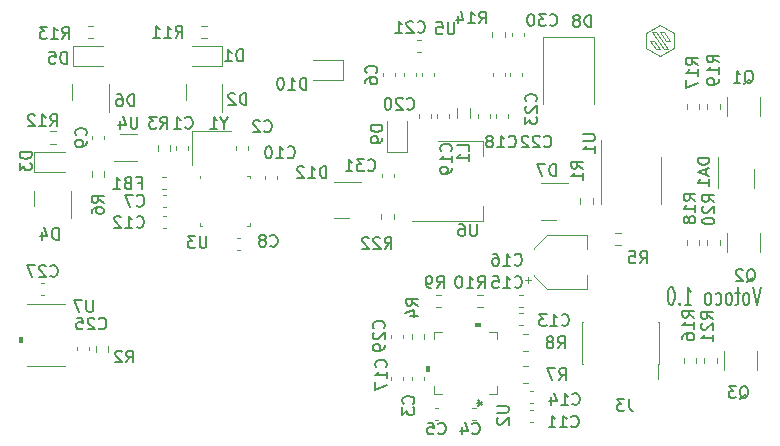
<source format=gbr>
%TF.GenerationSoftware,KiCad,Pcbnew,(6.0.9)*%
%TF.CreationDate,2022-12-25T13:15:50+01:00*%
%TF.ProjectId,votoco,766f746f-636f-42e6-9b69-6361645f7063,rev?*%
%TF.SameCoordinates,Original*%
%TF.FileFunction,Legend,Bot*%
%TF.FilePolarity,Positive*%
%FSLAX46Y46*%
G04 Gerber Fmt 4.6, Leading zero omitted, Abs format (unit mm)*
G04 Created by KiCad (PCBNEW (6.0.9)) date 2022-12-25 13:15:50*
%MOMM*%
%LPD*%
G01*
G04 APERTURE LIST*
%ADD10C,0.100000*%
%ADD11C,0.150000*%
%ADD12C,0.120000*%
G04 APERTURE END LIST*
D10*
X153271188Y-65757750D02*
X153270438Y-67050000D01*
X154454688Y-67696875D02*
X155634063Y-67047750D01*
X155297313Y-66402000D02*
X154928313Y-66402000D01*
X154139313Y-65688000D02*
X155129313Y-67117875D01*
X154468938Y-67117875D02*
X154101063Y-67117875D01*
X153270438Y-67050000D02*
X154454688Y-67696875D01*
X153771438Y-65687625D02*
X154139313Y-65688000D01*
X153970188Y-66396750D02*
X153970188Y-66396750D01*
X153598938Y-66396750D02*
X153970188Y-66396750D01*
X154802313Y-65688375D02*
X155297313Y-66402000D01*
X153970188Y-66396750D02*
X154468938Y-67117875D01*
X153771438Y-65687625D02*
X153771438Y-65687625D01*
X155634063Y-65757375D02*
X154452438Y-65107875D01*
X154928313Y-66402000D02*
X154435563Y-65687625D01*
X155634063Y-67047750D02*
X155634063Y-65757375D01*
X155129313Y-67117875D02*
X154765563Y-67117875D01*
X154101063Y-67117875D02*
X153598938Y-66396750D01*
X154435563Y-65687625D02*
X154435563Y-65687625D01*
X154452438Y-65107875D02*
X153271188Y-65757750D01*
X155634063Y-65757375D02*
X155634063Y-65757375D01*
X154435563Y-65687625D02*
X154802313Y-65688375D01*
X154765563Y-67117875D02*
X153771438Y-65687625D01*
D11*
X162976190Y-87278571D02*
X162642857Y-88778571D01*
X162309523Y-87278571D01*
X161833333Y-88778571D02*
X161928571Y-88707142D01*
X161976190Y-88635714D01*
X162023809Y-88492857D01*
X162023809Y-88064285D01*
X161976190Y-87921428D01*
X161928571Y-87850000D01*
X161833333Y-87778571D01*
X161690476Y-87778571D01*
X161595238Y-87850000D01*
X161547619Y-87921428D01*
X161500000Y-88064285D01*
X161500000Y-88492857D01*
X161547619Y-88635714D01*
X161595238Y-88707142D01*
X161690476Y-88778571D01*
X161833333Y-88778571D01*
X161214285Y-87778571D02*
X160833333Y-87778571D01*
X161071428Y-87278571D02*
X161071428Y-88564285D01*
X161023809Y-88707142D01*
X160928571Y-88778571D01*
X160833333Y-88778571D01*
X160357142Y-88778571D02*
X160452380Y-88707142D01*
X160500000Y-88635714D01*
X160547619Y-88492857D01*
X160547619Y-88064285D01*
X160500000Y-87921428D01*
X160452380Y-87850000D01*
X160357142Y-87778571D01*
X160214285Y-87778571D01*
X160119047Y-87850000D01*
X160071428Y-87921428D01*
X160023809Y-88064285D01*
X160023809Y-88492857D01*
X160071428Y-88635714D01*
X160119047Y-88707142D01*
X160214285Y-88778571D01*
X160357142Y-88778571D01*
X159166666Y-88707142D02*
X159261904Y-88778571D01*
X159452380Y-88778571D01*
X159547619Y-88707142D01*
X159595238Y-88635714D01*
X159642857Y-88492857D01*
X159642857Y-88064285D01*
X159595238Y-87921428D01*
X159547619Y-87850000D01*
X159452380Y-87778571D01*
X159261904Y-87778571D01*
X159166666Y-87850000D01*
X158595238Y-88778571D02*
X158690476Y-88707142D01*
X158738095Y-88635714D01*
X158785714Y-88492857D01*
X158785714Y-88064285D01*
X158738095Y-87921428D01*
X158690476Y-87850000D01*
X158595238Y-87778571D01*
X158452380Y-87778571D01*
X158357142Y-87850000D01*
X158309523Y-87921428D01*
X158261904Y-88064285D01*
X158261904Y-88492857D01*
X158309523Y-88635714D01*
X158357142Y-88707142D01*
X158452380Y-88778571D01*
X158595238Y-88778571D01*
X156547619Y-88778571D02*
X157119047Y-88778571D01*
X156833333Y-88778571D02*
X156833333Y-87278571D01*
X156928571Y-87492857D01*
X157023809Y-87635714D01*
X157119047Y-87707142D01*
X156119047Y-88635714D02*
X156071428Y-88707142D01*
X156119047Y-88778571D01*
X156166666Y-88707142D01*
X156119047Y-88635714D01*
X156119047Y-88778571D01*
X155452380Y-87278571D02*
X155357142Y-87278571D01*
X155261904Y-87350000D01*
X155214285Y-87421428D01*
X155166666Y-87564285D01*
X155119047Y-87850000D01*
X155119047Y-88207142D01*
X155166666Y-88492857D01*
X155214285Y-88635714D01*
X155261904Y-88707142D01*
X155357142Y-88778571D01*
X155452380Y-88778571D01*
X155547619Y-88707142D01*
X155595238Y-88635714D01*
X155642857Y-88492857D01*
X155690476Y-88207142D01*
X155690476Y-87850000D01*
X155642857Y-87564285D01*
X155595238Y-87421428D01*
X155547619Y-87350000D01*
X155452380Y-87278571D01*
%TO.C,R12*%
X102842857Y-73652380D02*
X103176190Y-73176190D01*
X103414285Y-73652380D02*
X103414285Y-72652380D01*
X103033333Y-72652380D01*
X102938095Y-72700000D01*
X102890476Y-72747619D01*
X102842857Y-72842857D01*
X102842857Y-72985714D01*
X102890476Y-73080952D01*
X102938095Y-73128571D01*
X103033333Y-73176190D01*
X103414285Y-73176190D01*
X101890476Y-73652380D02*
X102461904Y-73652380D01*
X102176190Y-73652380D02*
X102176190Y-72652380D01*
X102271428Y-72795238D01*
X102366666Y-72890476D01*
X102461904Y-72938095D01*
X101509523Y-72747619D02*
X101461904Y-72700000D01*
X101366666Y-72652380D01*
X101128571Y-72652380D01*
X101033333Y-72700000D01*
X100985714Y-72747619D01*
X100938095Y-72842857D01*
X100938095Y-72938095D01*
X100985714Y-73080952D01*
X101557142Y-73652380D01*
X100938095Y-73652380D01*
%TO.C,D8*%
X148638095Y-65252380D02*
X148638095Y-64252380D01*
X148400000Y-64252380D01*
X148257142Y-64300000D01*
X148161904Y-64395238D01*
X148114285Y-64490476D01*
X148066666Y-64680952D01*
X148066666Y-64823809D01*
X148114285Y-65014285D01*
X148161904Y-65109523D01*
X148257142Y-65204761D01*
X148400000Y-65252380D01*
X148638095Y-65252380D01*
X147495238Y-64680952D02*
X147590476Y-64633333D01*
X147638095Y-64585714D01*
X147685714Y-64490476D01*
X147685714Y-64442857D01*
X147638095Y-64347619D01*
X147590476Y-64300000D01*
X147495238Y-64252380D01*
X147304761Y-64252380D01*
X147209523Y-64300000D01*
X147161904Y-64347619D01*
X147114285Y-64442857D01*
X147114285Y-64490476D01*
X147161904Y-64585714D01*
X147209523Y-64633333D01*
X147304761Y-64680952D01*
X147495238Y-64680952D01*
X147590476Y-64728571D01*
X147638095Y-64776190D01*
X147685714Y-64871428D01*
X147685714Y-65061904D01*
X147638095Y-65157142D01*
X147590476Y-65204761D01*
X147495238Y-65252380D01*
X147304761Y-65252380D01*
X147209523Y-65204761D01*
X147161904Y-65157142D01*
X147114285Y-65061904D01*
X147114285Y-64871428D01*
X147161904Y-64776190D01*
X147209523Y-64728571D01*
X147304761Y-64680952D01*
%TO.C,U4*%
X110211904Y-72852380D02*
X110211904Y-73661904D01*
X110164285Y-73757142D01*
X110116666Y-73804761D01*
X110021428Y-73852380D01*
X109830952Y-73852380D01*
X109735714Y-73804761D01*
X109688095Y-73757142D01*
X109640476Y-73661904D01*
X109640476Y-72852380D01*
X108735714Y-73185714D02*
X108735714Y-73852380D01*
X108973809Y-72804761D02*
X109211904Y-73519047D01*
X108592857Y-73519047D01*
%TO.C,J3*%
X151833333Y-96752380D02*
X151833333Y-97466666D01*
X151880952Y-97609523D01*
X151976190Y-97704761D01*
X152119047Y-97752380D01*
X152214285Y-97752380D01*
X151452380Y-96752380D02*
X150833333Y-96752380D01*
X151166666Y-97133333D01*
X151023809Y-97133333D01*
X150928571Y-97180952D01*
X150880952Y-97228571D01*
X150833333Y-97323809D01*
X150833333Y-97561904D01*
X150880952Y-97657142D01*
X150928571Y-97704761D01*
X151023809Y-97752380D01*
X151309523Y-97752380D01*
X151404761Y-97704761D01*
X151452380Y-97657142D01*
%TO.C,R11*%
X113442857Y-66152380D02*
X113776190Y-65676190D01*
X114014285Y-66152380D02*
X114014285Y-65152380D01*
X113633333Y-65152380D01*
X113538095Y-65200000D01*
X113490476Y-65247619D01*
X113442857Y-65342857D01*
X113442857Y-65485714D01*
X113490476Y-65580952D01*
X113538095Y-65628571D01*
X113633333Y-65676190D01*
X114014285Y-65676190D01*
X112490476Y-66152380D02*
X113061904Y-66152380D01*
X112776190Y-66152380D02*
X112776190Y-65152380D01*
X112871428Y-65295238D01*
X112966666Y-65390476D01*
X113061904Y-65438095D01*
X111538095Y-66152380D02*
X112109523Y-66152380D01*
X111823809Y-66152380D02*
X111823809Y-65152380D01*
X111919047Y-65295238D01*
X112014285Y-65390476D01*
X112109523Y-65438095D01*
%TO.C,C23*%
X143957142Y-71557142D02*
X144004761Y-71509523D01*
X144052380Y-71366666D01*
X144052380Y-71271428D01*
X144004761Y-71128571D01*
X143909523Y-71033333D01*
X143814285Y-70985714D01*
X143623809Y-70938095D01*
X143480952Y-70938095D01*
X143290476Y-70985714D01*
X143195238Y-71033333D01*
X143100000Y-71128571D01*
X143052380Y-71271428D01*
X143052380Y-71366666D01*
X143100000Y-71509523D01*
X143147619Y-71557142D01*
X143147619Y-71938095D02*
X143100000Y-71985714D01*
X143052380Y-72080952D01*
X143052380Y-72319047D01*
X143100000Y-72414285D01*
X143147619Y-72461904D01*
X143242857Y-72509523D01*
X143338095Y-72509523D01*
X143480952Y-72461904D01*
X144052380Y-71890476D01*
X144052380Y-72509523D01*
X143052380Y-72842857D02*
X143052380Y-73461904D01*
X143433333Y-73128571D01*
X143433333Y-73271428D01*
X143480952Y-73366666D01*
X143528571Y-73414285D01*
X143623809Y-73461904D01*
X143861904Y-73461904D01*
X143957142Y-73414285D01*
X144004761Y-73366666D01*
X144052380Y-73271428D01*
X144052380Y-72985714D01*
X144004761Y-72890476D01*
X143957142Y-72842857D01*
%TO.C,R13*%
X103842857Y-66252380D02*
X104176190Y-65776190D01*
X104414285Y-66252380D02*
X104414285Y-65252380D01*
X104033333Y-65252380D01*
X103938095Y-65300000D01*
X103890476Y-65347619D01*
X103842857Y-65442857D01*
X103842857Y-65585714D01*
X103890476Y-65680952D01*
X103938095Y-65728571D01*
X104033333Y-65776190D01*
X104414285Y-65776190D01*
X102890476Y-66252380D02*
X103461904Y-66252380D01*
X103176190Y-66252380D02*
X103176190Y-65252380D01*
X103271428Y-65395238D01*
X103366666Y-65490476D01*
X103461904Y-65538095D01*
X102557142Y-65252380D02*
X101938095Y-65252380D01*
X102271428Y-65633333D01*
X102128571Y-65633333D01*
X102033333Y-65680952D01*
X101985714Y-65728571D01*
X101938095Y-65823809D01*
X101938095Y-66061904D01*
X101985714Y-66157142D01*
X102033333Y-66204761D01*
X102128571Y-66252380D01*
X102414285Y-66252380D01*
X102509523Y-66204761D01*
X102557142Y-66157142D01*
%TO.C,L1*%
X138252380Y-75733333D02*
X138252380Y-75257142D01*
X137252380Y-75257142D01*
X138252380Y-76590476D02*
X138252380Y-76019047D01*
X138252380Y-76304761D02*
X137252380Y-76304761D01*
X137395238Y-76209523D01*
X137490476Y-76114285D01*
X137538095Y-76019047D01*
%TO.C,C16*%
X142142857Y-85357142D02*
X142190476Y-85404761D01*
X142333333Y-85452380D01*
X142428571Y-85452380D01*
X142571428Y-85404761D01*
X142666666Y-85309523D01*
X142714285Y-85214285D01*
X142761904Y-85023809D01*
X142761904Y-84880952D01*
X142714285Y-84690476D01*
X142666666Y-84595238D01*
X142571428Y-84500000D01*
X142428571Y-84452380D01*
X142333333Y-84452380D01*
X142190476Y-84500000D01*
X142142857Y-84547619D01*
X141190476Y-85452380D02*
X141761904Y-85452380D01*
X141476190Y-85452380D02*
X141476190Y-84452380D01*
X141571428Y-84595238D01*
X141666666Y-84690476D01*
X141761904Y-84738095D01*
X140333333Y-84452380D02*
X140523809Y-84452380D01*
X140619047Y-84500000D01*
X140666666Y-84547619D01*
X140761904Y-84690476D01*
X140809523Y-84880952D01*
X140809523Y-85261904D01*
X140761904Y-85357142D01*
X140714285Y-85404761D01*
X140619047Y-85452380D01*
X140428571Y-85452380D01*
X140333333Y-85404761D01*
X140285714Y-85357142D01*
X140238095Y-85261904D01*
X140238095Y-85023809D01*
X140285714Y-84928571D01*
X140333333Y-84880952D01*
X140428571Y-84833333D01*
X140619047Y-84833333D01*
X140714285Y-84880952D01*
X140761904Y-84928571D01*
X140809523Y-85023809D01*
%TO.C,U7*%
X106461904Y-88352380D02*
X106461904Y-89161904D01*
X106414285Y-89257142D01*
X106366666Y-89304761D01*
X106271428Y-89352380D01*
X106080952Y-89352380D01*
X105985714Y-89304761D01*
X105938095Y-89257142D01*
X105890476Y-89161904D01*
X105890476Y-88352380D01*
X105509523Y-88352380D02*
X104842857Y-88352380D01*
X105271428Y-89352380D01*
%TO.C,C15*%
X142142857Y-87257142D02*
X142190476Y-87304761D01*
X142333333Y-87352380D01*
X142428571Y-87352380D01*
X142571428Y-87304761D01*
X142666666Y-87209523D01*
X142714285Y-87114285D01*
X142761904Y-86923809D01*
X142761904Y-86780952D01*
X142714285Y-86590476D01*
X142666666Y-86495238D01*
X142571428Y-86400000D01*
X142428571Y-86352380D01*
X142333333Y-86352380D01*
X142190476Y-86400000D01*
X142142857Y-86447619D01*
X141190476Y-87352380D02*
X141761904Y-87352380D01*
X141476190Y-87352380D02*
X141476190Y-86352380D01*
X141571428Y-86495238D01*
X141666666Y-86590476D01*
X141761904Y-86638095D01*
X140285714Y-86352380D02*
X140761904Y-86352380D01*
X140809523Y-86828571D01*
X140761904Y-86780952D01*
X140666666Y-86733333D01*
X140428571Y-86733333D01*
X140333333Y-86780952D01*
X140285714Y-86828571D01*
X140238095Y-86923809D01*
X140238095Y-87161904D01*
X140285714Y-87257142D01*
X140333333Y-87304761D01*
X140428571Y-87352380D01*
X140666666Y-87352380D01*
X140761904Y-87304761D01*
X140809523Y-87257142D01*
%TO.C,D2*%
X119438095Y-71852380D02*
X119438095Y-70852380D01*
X119200000Y-70852380D01*
X119057142Y-70900000D01*
X118961904Y-70995238D01*
X118914285Y-71090476D01*
X118866666Y-71280952D01*
X118866666Y-71423809D01*
X118914285Y-71614285D01*
X118961904Y-71709523D01*
X119057142Y-71804761D01*
X119200000Y-71852380D01*
X119438095Y-71852380D01*
X118485714Y-70947619D02*
X118438095Y-70900000D01*
X118342857Y-70852380D01*
X118104761Y-70852380D01*
X118009523Y-70900000D01*
X117961904Y-70947619D01*
X117914285Y-71042857D01*
X117914285Y-71138095D01*
X117961904Y-71280952D01*
X118533333Y-71852380D01*
X117914285Y-71852380D01*
%TO.C,R14*%
X139142857Y-64952380D02*
X139476190Y-64476190D01*
X139714285Y-64952380D02*
X139714285Y-63952380D01*
X139333333Y-63952380D01*
X139238095Y-64000000D01*
X139190476Y-64047619D01*
X139142857Y-64142857D01*
X139142857Y-64285714D01*
X139190476Y-64380952D01*
X139238095Y-64428571D01*
X139333333Y-64476190D01*
X139714285Y-64476190D01*
X138190476Y-64952380D02*
X138761904Y-64952380D01*
X138476190Y-64952380D02*
X138476190Y-63952380D01*
X138571428Y-64095238D01*
X138666666Y-64190476D01*
X138761904Y-64238095D01*
X137333333Y-64285714D02*
X137333333Y-64952380D01*
X137571428Y-63904761D02*
X137809523Y-64619047D01*
X137190476Y-64619047D01*
%TO.C,C1*%
X114266666Y-73757142D02*
X114314285Y-73804761D01*
X114457142Y-73852380D01*
X114552380Y-73852380D01*
X114695238Y-73804761D01*
X114790476Y-73709523D01*
X114838095Y-73614285D01*
X114885714Y-73423809D01*
X114885714Y-73280952D01*
X114838095Y-73090476D01*
X114790476Y-72995238D01*
X114695238Y-72900000D01*
X114552380Y-72852380D01*
X114457142Y-72852380D01*
X114314285Y-72900000D01*
X114266666Y-72947619D01*
X113314285Y-73852380D02*
X113885714Y-73852380D01*
X113600000Y-73852380D02*
X113600000Y-72852380D01*
X113695238Y-72995238D01*
X113790476Y-73090476D01*
X113885714Y-73138095D01*
%TO.C,U3*%
X116061904Y-82952380D02*
X116061904Y-83761904D01*
X116014285Y-83857142D01*
X115966666Y-83904761D01*
X115871428Y-83952380D01*
X115680952Y-83952380D01*
X115585714Y-83904761D01*
X115538095Y-83857142D01*
X115490476Y-83761904D01*
X115490476Y-82952380D01*
X115109523Y-82952380D02*
X114490476Y-82952380D01*
X114823809Y-83333333D01*
X114680952Y-83333333D01*
X114585714Y-83380952D01*
X114538095Y-83428571D01*
X114490476Y-83523809D01*
X114490476Y-83761904D01*
X114538095Y-83857142D01*
X114585714Y-83904761D01*
X114680952Y-83952380D01*
X114966666Y-83952380D01*
X115061904Y-83904761D01*
X115109523Y-83857142D01*
%TO.C,C27*%
X102842857Y-86327142D02*
X102890476Y-86374761D01*
X103033333Y-86422380D01*
X103128571Y-86422380D01*
X103271428Y-86374761D01*
X103366666Y-86279523D01*
X103414285Y-86184285D01*
X103461904Y-85993809D01*
X103461904Y-85850952D01*
X103414285Y-85660476D01*
X103366666Y-85565238D01*
X103271428Y-85470000D01*
X103128571Y-85422380D01*
X103033333Y-85422380D01*
X102890476Y-85470000D01*
X102842857Y-85517619D01*
X102461904Y-85517619D02*
X102414285Y-85470000D01*
X102319047Y-85422380D01*
X102080952Y-85422380D01*
X101985714Y-85470000D01*
X101938095Y-85517619D01*
X101890476Y-85612857D01*
X101890476Y-85708095D01*
X101938095Y-85850952D01*
X102509523Y-86422380D01*
X101890476Y-86422380D01*
X101557142Y-85422380D02*
X100890476Y-85422380D01*
X101319047Y-86422380D01*
%TO.C,C2*%
X120966666Y-74057142D02*
X121014285Y-74104761D01*
X121157142Y-74152380D01*
X121252380Y-74152380D01*
X121395238Y-74104761D01*
X121490476Y-74009523D01*
X121538095Y-73914285D01*
X121585714Y-73723809D01*
X121585714Y-73580952D01*
X121538095Y-73390476D01*
X121490476Y-73295238D01*
X121395238Y-73200000D01*
X121252380Y-73152380D01*
X121157142Y-73152380D01*
X121014285Y-73200000D01*
X120966666Y-73247619D01*
X120585714Y-73247619D02*
X120538095Y-73200000D01*
X120442857Y-73152380D01*
X120204761Y-73152380D01*
X120109523Y-73200000D01*
X120061904Y-73247619D01*
X120014285Y-73342857D01*
X120014285Y-73438095D01*
X120061904Y-73580952D01*
X120633333Y-74152380D01*
X120014285Y-74152380D01*
%TO.C,R3*%
X112166666Y-73852380D02*
X112500000Y-73376190D01*
X112738095Y-73852380D02*
X112738095Y-72852380D01*
X112357142Y-72852380D01*
X112261904Y-72900000D01*
X112214285Y-72947619D01*
X112166666Y-73042857D01*
X112166666Y-73185714D01*
X112214285Y-73280952D01*
X112261904Y-73328571D01*
X112357142Y-73376190D01*
X112738095Y-73376190D01*
X111833333Y-72852380D02*
X111214285Y-72852380D01*
X111547619Y-73233333D01*
X111404761Y-73233333D01*
X111309523Y-73280952D01*
X111261904Y-73328571D01*
X111214285Y-73423809D01*
X111214285Y-73661904D01*
X111261904Y-73757142D01*
X111309523Y-73804761D01*
X111404761Y-73852380D01*
X111690476Y-73852380D01*
X111785714Y-73804761D01*
X111833333Y-73757142D01*
%TO.C,D5*%
X104238095Y-68352380D02*
X104238095Y-67352380D01*
X104000000Y-67352380D01*
X103857142Y-67400000D01*
X103761904Y-67495238D01*
X103714285Y-67590476D01*
X103666666Y-67780952D01*
X103666666Y-67923809D01*
X103714285Y-68114285D01*
X103761904Y-68209523D01*
X103857142Y-68304761D01*
X104000000Y-68352380D01*
X104238095Y-68352380D01*
X102761904Y-67352380D02*
X103238095Y-67352380D01*
X103285714Y-67828571D01*
X103238095Y-67780952D01*
X103142857Y-67733333D01*
X102904761Y-67733333D01*
X102809523Y-67780952D01*
X102761904Y-67828571D01*
X102714285Y-67923809D01*
X102714285Y-68161904D01*
X102761904Y-68257142D01*
X102809523Y-68304761D01*
X102904761Y-68352380D01*
X103142857Y-68352380D01*
X103238095Y-68304761D01*
X103285714Y-68257142D01*
%TO.C,C17*%
X131257142Y-94057142D02*
X131304761Y-94009523D01*
X131352380Y-93866666D01*
X131352380Y-93771428D01*
X131304761Y-93628571D01*
X131209523Y-93533333D01*
X131114285Y-93485714D01*
X130923809Y-93438095D01*
X130780952Y-93438095D01*
X130590476Y-93485714D01*
X130495238Y-93533333D01*
X130400000Y-93628571D01*
X130352380Y-93771428D01*
X130352380Y-93866666D01*
X130400000Y-94009523D01*
X130447619Y-94057142D01*
X131352380Y-95009523D02*
X131352380Y-94438095D01*
X131352380Y-94723809D02*
X130352380Y-94723809D01*
X130495238Y-94628571D01*
X130590476Y-94533333D01*
X130638095Y-94438095D01*
X130352380Y-95342857D02*
X130352380Y-96009523D01*
X131352380Y-95580952D01*
%TO.C,R6*%
X107352380Y-80133333D02*
X106876190Y-79800000D01*
X107352380Y-79561904D02*
X106352380Y-79561904D01*
X106352380Y-79942857D01*
X106400000Y-80038095D01*
X106447619Y-80085714D01*
X106542857Y-80133333D01*
X106685714Y-80133333D01*
X106780952Y-80085714D01*
X106828571Y-80038095D01*
X106876190Y-79942857D01*
X106876190Y-79561904D01*
X106352380Y-80990476D02*
X106352380Y-80800000D01*
X106400000Y-80704761D01*
X106447619Y-80657142D01*
X106590476Y-80561904D01*
X106780952Y-80514285D01*
X107161904Y-80514285D01*
X107257142Y-80561904D01*
X107304761Y-80609523D01*
X107352380Y-80704761D01*
X107352380Y-80895238D01*
X107304761Y-80990476D01*
X107257142Y-81038095D01*
X107161904Y-81085714D01*
X106923809Y-81085714D01*
X106828571Y-81038095D01*
X106780952Y-80990476D01*
X106733333Y-80895238D01*
X106733333Y-80704761D01*
X106780952Y-80609523D01*
X106828571Y-80561904D01*
X106923809Y-80514285D01*
%TO.C,C29*%
X131057142Y-90757142D02*
X131104761Y-90709523D01*
X131152380Y-90566666D01*
X131152380Y-90471428D01*
X131104761Y-90328571D01*
X131009523Y-90233333D01*
X130914285Y-90185714D01*
X130723809Y-90138095D01*
X130580952Y-90138095D01*
X130390476Y-90185714D01*
X130295238Y-90233333D01*
X130200000Y-90328571D01*
X130152380Y-90471428D01*
X130152380Y-90566666D01*
X130200000Y-90709523D01*
X130247619Y-90757142D01*
X130247619Y-91138095D02*
X130200000Y-91185714D01*
X130152380Y-91280952D01*
X130152380Y-91519047D01*
X130200000Y-91614285D01*
X130247619Y-91661904D01*
X130342857Y-91709523D01*
X130438095Y-91709523D01*
X130580952Y-91661904D01*
X131152380Y-91090476D01*
X131152380Y-91709523D01*
X131152380Y-92185714D02*
X131152380Y-92376190D01*
X131104761Y-92471428D01*
X131057142Y-92519047D01*
X130914285Y-92614285D01*
X130723809Y-92661904D01*
X130342857Y-92661904D01*
X130247619Y-92614285D01*
X130200000Y-92566666D01*
X130152380Y-92471428D01*
X130152380Y-92280952D01*
X130200000Y-92185714D01*
X130247619Y-92138095D01*
X130342857Y-92090476D01*
X130580952Y-92090476D01*
X130676190Y-92138095D01*
X130723809Y-92185714D01*
X130771428Y-92280952D01*
X130771428Y-92471428D01*
X130723809Y-92566666D01*
X130676190Y-92614285D01*
X130580952Y-92661904D01*
%TO.C,C19*%
X136757142Y-75757142D02*
X136804761Y-75709523D01*
X136852380Y-75566666D01*
X136852380Y-75471428D01*
X136804761Y-75328571D01*
X136709523Y-75233333D01*
X136614285Y-75185714D01*
X136423809Y-75138095D01*
X136280952Y-75138095D01*
X136090476Y-75185714D01*
X135995238Y-75233333D01*
X135900000Y-75328571D01*
X135852380Y-75471428D01*
X135852380Y-75566666D01*
X135900000Y-75709523D01*
X135947619Y-75757142D01*
X136852380Y-76709523D02*
X136852380Y-76138095D01*
X136852380Y-76423809D02*
X135852380Y-76423809D01*
X135995238Y-76328571D01*
X136090476Y-76233333D01*
X136138095Y-76138095D01*
X136852380Y-77185714D02*
X136852380Y-77376190D01*
X136804761Y-77471428D01*
X136757142Y-77519047D01*
X136614285Y-77614285D01*
X136423809Y-77661904D01*
X136042857Y-77661904D01*
X135947619Y-77614285D01*
X135900000Y-77566666D01*
X135852380Y-77471428D01*
X135852380Y-77280952D01*
X135900000Y-77185714D01*
X135947619Y-77138095D01*
X136042857Y-77090476D01*
X136280952Y-77090476D01*
X136376190Y-77138095D01*
X136423809Y-77185714D01*
X136471428Y-77280952D01*
X136471428Y-77471428D01*
X136423809Y-77566666D01*
X136376190Y-77614285D01*
X136280952Y-77661904D01*
%TO.C,C6*%
X130427142Y-69133333D02*
X130474761Y-69085714D01*
X130522380Y-68942857D01*
X130522380Y-68847619D01*
X130474761Y-68704761D01*
X130379523Y-68609523D01*
X130284285Y-68561904D01*
X130093809Y-68514285D01*
X129950952Y-68514285D01*
X129760476Y-68561904D01*
X129665238Y-68609523D01*
X129570000Y-68704761D01*
X129522380Y-68847619D01*
X129522380Y-68942857D01*
X129570000Y-69085714D01*
X129617619Y-69133333D01*
X129522380Y-69990476D02*
X129522380Y-69800000D01*
X129570000Y-69704761D01*
X129617619Y-69657142D01*
X129760476Y-69561904D01*
X129950952Y-69514285D01*
X130331904Y-69514285D01*
X130427142Y-69561904D01*
X130474761Y-69609523D01*
X130522380Y-69704761D01*
X130522380Y-69895238D01*
X130474761Y-69990476D01*
X130427142Y-70038095D01*
X130331904Y-70085714D01*
X130093809Y-70085714D01*
X129998571Y-70038095D01*
X129950952Y-69990476D01*
X129903333Y-69895238D01*
X129903333Y-69704761D01*
X129950952Y-69609523D01*
X129998571Y-69561904D01*
X130093809Y-69514285D01*
%TO.C,U5*%
X137061904Y-64852380D02*
X137061904Y-65661904D01*
X137014285Y-65757142D01*
X136966666Y-65804761D01*
X136871428Y-65852380D01*
X136680952Y-65852380D01*
X136585714Y-65804761D01*
X136538095Y-65757142D01*
X136490476Y-65661904D01*
X136490476Y-64852380D01*
X135538095Y-64852380D02*
X136014285Y-64852380D01*
X136061904Y-65328571D01*
X136014285Y-65280952D01*
X135919047Y-65233333D01*
X135680952Y-65233333D01*
X135585714Y-65280952D01*
X135538095Y-65328571D01*
X135490476Y-65423809D01*
X135490476Y-65661904D01*
X135538095Y-65757142D01*
X135585714Y-65804761D01*
X135680952Y-65852380D01*
X135919047Y-65852380D01*
X136014285Y-65804761D01*
X136061904Y-65757142D01*
%TO.C,Q1*%
X161595238Y-70047619D02*
X161690476Y-70000000D01*
X161785714Y-69904761D01*
X161928571Y-69761904D01*
X162023809Y-69714285D01*
X162119047Y-69714285D01*
X162071428Y-69952380D02*
X162166666Y-69904761D01*
X162261904Y-69809523D01*
X162309523Y-69619047D01*
X162309523Y-69285714D01*
X162261904Y-69095238D01*
X162166666Y-69000000D01*
X162071428Y-68952380D01*
X161880952Y-68952380D01*
X161785714Y-69000000D01*
X161690476Y-69095238D01*
X161642857Y-69285714D01*
X161642857Y-69619047D01*
X161690476Y-69809523D01*
X161785714Y-69904761D01*
X161880952Y-69952380D01*
X162071428Y-69952380D01*
X160690476Y-69952380D02*
X161261904Y-69952380D01*
X160976190Y-69952380D02*
X160976190Y-68952380D01*
X161071428Y-69095238D01*
X161166666Y-69190476D01*
X161261904Y-69238095D01*
%TO.C,C13*%
X146142857Y-90457142D02*
X146190476Y-90504761D01*
X146333333Y-90552380D01*
X146428571Y-90552380D01*
X146571428Y-90504761D01*
X146666666Y-90409523D01*
X146714285Y-90314285D01*
X146761904Y-90123809D01*
X146761904Y-89980952D01*
X146714285Y-89790476D01*
X146666666Y-89695238D01*
X146571428Y-89600000D01*
X146428571Y-89552380D01*
X146333333Y-89552380D01*
X146190476Y-89600000D01*
X146142857Y-89647619D01*
X145190476Y-90552380D02*
X145761904Y-90552380D01*
X145476190Y-90552380D02*
X145476190Y-89552380D01*
X145571428Y-89695238D01*
X145666666Y-89790476D01*
X145761904Y-89838095D01*
X144857142Y-89552380D02*
X144238095Y-89552380D01*
X144571428Y-89933333D01*
X144428571Y-89933333D01*
X144333333Y-89980952D01*
X144285714Y-90028571D01*
X144238095Y-90123809D01*
X144238095Y-90361904D01*
X144285714Y-90457142D01*
X144333333Y-90504761D01*
X144428571Y-90552380D01*
X144714285Y-90552380D01*
X144809523Y-90504761D01*
X144857142Y-90457142D01*
%TO.C,Q2*%
X161795238Y-86847619D02*
X161890476Y-86800000D01*
X161985714Y-86704761D01*
X162128571Y-86561904D01*
X162223809Y-86514285D01*
X162319047Y-86514285D01*
X162271428Y-86752380D02*
X162366666Y-86704761D01*
X162461904Y-86609523D01*
X162509523Y-86419047D01*
X162509523Y-86085714D01*
X162461904Y-85895238D01*
X162366666Y-85800000D01*
X162271428Y-85752380D01*
X162080952Y-85752380D01*
X161985714Y-85800000D01*
X161890476Y-85895238D01*
X161842857Y-86085714D01*
X161842857Y-86419047D01*
X161890476Y-86609523D01*
X161985714Y-86704761D01*
X162080952Y-86752380D01*
X162271428Y-86752380D01*
X161461904Y-85847619D02*
X161414285Y-85800000D01*
X161319047Y-85752380D01*
X161080952Y-85752380D01*
X160985714Y-85800000D01*
X160938095Y-85847619D01*
X160890476Y-85942857D01*
X160890476Y-86038095D01*
X160938095Y-86180952D01*
X161509523Y-86752380D01*
X160890476Y-86752380D01*
%TO.C,C31*%
X129742857Y-77357142D02*
X129790476Y-77404761D01*
X129933333Y-77452380D01*
X130028571Y-77452380D01*
X130171428Y-77404761D01*
X130266666Y-77309523D01*
X130314285Y-77214285D01*
X130361904Y-77023809D01*
X130361904Y-76880952D01*
X130314285Y-76690476D01*
X130266666Y-76595238D01*
X130171428Y-76500000D01*
X130028571Y-76452380D01*
X129933333Y-76452380D01*
X129790476Y-76500000D01*
X129742857Y-76547619D01*
X129409523Y-76452380D02*
X128790476Y-76452380D01*
X129123809Y-76833333D01*
X128980952Y-76833333D01*
X128885714Y-76880952D01*
X128838095Y-76928571D01*
X128790476Y-77023809D01*
X128790476Y-77261904D01*
X128838095Y-77357142D01*
X128885714Y-77404761D01*
X128980952Y-77452380D01*
X129266666Y-77452380D01*
X129361904Y-77404761D01*
X129409523Y-77357142D01*
X127838095Y-77452380D02*
X128409523Y-77452380D01*
X128123809Y-77452380D02*
X128123809Y-76452380D01*
X128219047Y-76595238D01*
X128314285Y-76690476D01*
X128409523Y-76738095D01*
%TO.C,R16*%
X157352380Y-89857142D02*
X156876190Y-89523809D01*
X157352380Y-89285714D02*
X156352380Y-89285714D01*
X156352380Y-89666666D01*
X156400000Y-89761904D01*
X156447619Y-89809523D01*
X156542857Y-89857142D01*
X156685714Y-89857142D01*
X156780952Y-89809523D01*
X156828571Y-89761904D01*
X156876190Y-89666666D01*
X156876190Y-89285714D01*
X157352380Y-90809523D02*
X157352380Y-90238095D01*
X157352380Y-90523809D02*
X156352380Y-90523809D01*
X156495238Y-90428571D01*
X156590476Y-90333333D01*
X156638095Y-90238095D01*
X156352380Y-91666666D02*
X156352380Y-91476190D01*
X156400000Y-91380952D01*
X156447619Y-91333333D01*
X156590476Y-91238095D01*
X156780952Y-91190476D01*
X157161904Y-91190476D01*
X157257142Y-91238095D01*
X157304761Y-91285714D01*
X157352380Y-91380952D01*
X157352380Y-91571428D01*
X157304761Y-91666666D01*
X157257142Y-91714285D01*
X157161904Y-91761904D01*
X156923809Y-91761904D01*
X156828571Y-91714285D01*
X156780952Y-91666666D01*
X156733333Y-91571428D01*
X156733333Y-91380952D01*
X156780952Y-91285714D01*
X156828571Y-91238095D01*
X156923809Y-91190476D01*
%TO.C,C22*%
X144642857Y-75357142D02*
X144690476Y-75404761D01*
X144833333Y-75452380D01*
X144928571Y-75452380D01*
X145071428Y-75404761D01*
X145166666Y-75309523D01*
X145214285Y-75214285D01*
X145261904Y-75023809D01*
X145261904Y-74880952D01*
X145214285Y-74690476D01*
X145166666Y-74595238D01*
X145071428Y-74500000D01*
X144928571Y-74452380D01*
X144833333Y-74452380D01*
X144690476Y-74500000D01*
X144642857Y-74547619D01*
X144261904Y-74547619D02*
X144214285Y-74500000D01*
X144119047Y-74452380D01*
X143880952Y-74452380D01*
X143785714Y-74500000D01*
X143738095Y-74547619D01*
X143690476Y-74642857D01*
X143690476Y-74738095D01*
X143738095Y-74880952D01*
X144309523Y-75452380D01*
X143690476Y-75452380D01*
X143309523Y-74547619D02*
X143261904Y-74500000D01*
X143166666Y-74452380D01*
X142928571Y-74452380D01*
X142833333Y-74500000D01*
X142785714Y-74547619D01*
X142738095Y-74642857D01*
X142738095Y-74738095D01*
X142785714Y-74880952D01*
X143357142Y-75452380D01*
X142738095Y-75452380D01*
%TO.C,C7*%
X110166666Y-80357142D02*
X110214285Y-80404761D01*
X110357142Y-80452380D01*
X110452380Y-80452380D01*
X110595238Y-80404761D01*
X110690476Y-80309523D01*
X110738095Y-80214285D01*
X110785714Y-80023809D01*
X110785714Y-79880952D01*
X110738095Y-79690476D01*
X110690476Y-79595238D01*
X110595238Y-79500000D01*
X110452380Y-79452380D01*
X110357142Y-79452380D01*
X110214285Y-79500000D01*
X110166666Y-79547619D01*
X109833333Y-79452380D02*
X109166666Y-79452380D01*
X109595238Y-80452380D01*
%TO.C,R5*%
X152766666Y-85252380D02*
X153100000Y-84776190D01*
X153338095Y-85252380D02*
X153338095Y-84252380D01*
X152957142Y-84252380D01*
X152861904Y-84300000D01*
X152814285Y-84347619D01*
X152766666Y-84442857D01*
X152766666Y-84585714D01*
X152814285Y-84680952D01*
X152861904Y-84728571D01*
X152957142Y-84776190D01*
X153338095Y-84776190D01*
X151861904Y-84252380D02*
X152338095Y-84252380D01*
X152385714Y-84728571D01*
X152338095Y-84680952D01*
X152242857Y-84633333D01*
X152004761Y-84633333D01*
X151909523Y-84680952D01*
X151861904Y-84728571D01*
X151814285Y-84823809D01*
X151814285Y-85061904D01*
X151861904Y-85157142D01*
X151909523Y-85204761D01*
X152004761Y-85252380D01*
X152242857Y-85252380D01*
X152338095Y-85204761D01*
X152385714Y-85157142D01*
%TO.C,C25*%
X106942857Y-90757142D02*
X106990476Y-90804761D01*
X107133333Y-90852380D01*
X107228571Y-90852380D01*
X107371428Y-90804761D01*
X107466666Y-90709523D01*
X107514285Y-90614285D01*
X107561904Y-90423809D01*
X107561904Y-90280952D01*
X107514285Y-90090476D01*
X107466666Y-89995238D01*
X107371428Y-89900000D01*
X107228571Y-89852380D01*
X107133333Y-89852380D01*
X106990476Y-89900000D01*
X106942857Y-89947619D01*
X106561904Y-89947619D02*
X106514285Y-89900000D01*
X106419047Y-89852380D01*
X106180952Y-89852380D01*
X106085714Y-89900000D01*
X106038095Y-89947619D01*
X105990476Y-90042857D01*
X105990476Y-90138095D01*
X106038095Y-90280952D01*
X106609523Y-90852380D01*
X105990476Y-90852380D01*
X105085714Y-89852380D02*
X105561904Y-89852380D01*
X105609523Y-90328571D01*
X105561904Y-90280952D01*
X105466666Y-90233333D01*
X105228571Y-90233333D01*
X105133333Y-90280952D01*
X105085714Y-90328571D01*
X105038095Y-90423809D01*
X105038095Y-90661904D01*
X105085714Y-90757142D01*
X105133333Y-90804761D01*
X105228571Y-90852380D01*
X105466666Y-90852380D01*
X105561904Y-90804761D01*
X105609523Y-90757142D01*
%TO.C,R18*%
X157452380Y-79957142D02*
X156976190Y-79623809D01*
X157452380Y-79385714D02*
X156452380Y-79385714D01*
X156452380Y-79766666D01*
X156500000Y-79861904D01*
X156547619Y-79909523D01*
X156642857Y-79957142D01*
X156785714Y-79957142D01*
X156880952Y-79909523D01*
X156928571Y-79861904D01*
X156976190Y-79766666D01*
X156976190Y-79385714D01*
X157452380Y-80909523D02*
X157452380Y-80338095D01*
X157452380Y-80623809D02*
X156452380Y-80623809D01*
X156595238Y-80528571D01*
X156690476Y-80433333D01*
X156738095Y-80338095D01*
X156880952Y-81480952D02*
X156833333Y-81385714D01*
X156785714Y-81338095D01*
X156690476Y-81290476D01*
X156642857Y-81290476D01*
X156547619Y-81338095D01*
X156500000Y-81385714D01*
X156452380Y-81480952D01*
X156452380Y-81671428D01*
X156500000Y-81766666D01*
X156547619Y-81814285D01*
X156642857Y-81861904D01*
X156690476Y-81861904D01*
X156785714Y-81814285D01*
X156833333Y-81766666D01*
X156880952Y-81671428D01*
X156880952Y-81480952D01*
X156928571Y-81385714D01*
X156976190Y-81338095D01*
X157071428Y-81290476D01*
X157261904Y-81290476D01*
X157357142Y-81338095D01*
X157404761Y-81385714D01*
X157452380Y-81480952D01*
X157452380Y-81671428D01*
X157404761Y-81766666D01*
X157357142Y-81814285D01*
X157261904Y-81861904D01*
X157071428Y-81861904D01*
X156976190Y-81814285D01*
X156928571Y-81766666D01*
X156880952Y-81671428D01*
%TO.C,R19*%
X159452380Y-68257142D02*
X158976190Y-67923809D01*
X159452380Y-67685714D02*
X158452380Y-67685714D01*
X158452380Y-68066666D01*
X158500000Y-68161904D01*
X158547619Y-68209523D01*
X158642857Y-68257142D01*
X158785714Y-68257142D01*
X158880952Y-68209523D01*
X158928571Y-68161904D01*
X158976190Y-68066666D01*
X158976190Y-67685714D01*
X159452380Y-69209523D02*
X159452380Y-68638095D01*
X159452380Y-68923809D02*
X158452380Y-68923809D01*
X158595238Y-68828571D01*
X158690476Y-68733333D01*
X158738095Y-68638095D01*
X159452380Y-69685714D02*
X159452380Y-69876190D01*
X159404761Y-69971428D01*
X159357142Y-70019047D01*
X159214285Y-70114285D01*
X159023809Y-70161904D01*
X158642857Y-70161904D01*
X158547619Y-70114285D01*
X158500000Y-70066666D01*
X158452380Y-69971428D01*
X158452380Y-69780952D01*
X158500000Y-69685714D01*
X158547619Y-69638095D01*
X158642857Y-69590476D01*
X158880952Y-69590476D01*
X158976190Y-69638095D01*
X159023809Y-69685714D01*
X159071428Y-69780952D01*
X159071428Y-69971428D01*
X159023809Y-70066666D01*
X158976190Y-70114285D01*
X158880952Y-70161904D01*
%TO.C,R1*%
X147952380Y-77233333D02*
X147476190Y-76900000D01*
X147952380Y-76661904D02*
X146952380Y-76661904D01*
X146952380Y-77042857D01*
X147000000Y-77138095D01*
X147047619Y-77185714D01*
X147142857Y-77233333D01*
X147285714Y-77233333D01*
X147380952Y-77185714D01*
X147428571Y-77138095D01*
X147476190Y-77042857D01*
X147476190Y-76661904D01*
X147952380Y-78185714D02*
X147952380Y-77614285D01*
X147952380Y-77900000D02*
X146952380Y-77900000D01*
X147095238Y-77804761D01*
X147190476Y-77709523D01*
X147238095Y-77614285D01*
%TO.C,D3*%
X101252380Y-75861904D02*
X100252380Y-75861904D01*
X100252380Y-76100000D01*
X100300000Y-76242857D01*
X100395238Y-76338095D01*
X100490476Y-76385714D01*
X100680952Y-76433333D01*
X100823809Y-76433333D01*
X101014285Y-76385714D01*
X101109523Y-76338095D01*
X101204761Y-76242857D01*
X101252380Y-76100000D01*
X101252380Y-75861904D01*
X100252380Y-76766666D02*
X100252380Y-77385714D01*
X100633333Y-77052380D01*
X100633333Y-77195238D01*
X100680952Y-77290476D01*
X100728571Y-77338095D01*
X100823809Y-77385714D01*
X101061904Y-77385714D01*
X101157142Y-77338095D01*
X101204761Y-77290476D01*
X101252380Y-77195238D01*
X101252380Y-76909523D01*
X101204761Y-76814285D01*
X101157142Y-76766666D01*
%TO.C,C5*%
X135691666Y-99657142D02*
X135739285Y-99704761D01*
X135882142Y-99752380D01*
X135977380Y-99752380D01*
X136120238Y-99704761D01*
X136215476Y-99609523D01*
X136263095Y-99514285D01*
X136310714Y-99323809D01*
X136310714Y-99180952D01*
X136263095Y-98990476D01*
X136215476Y-98895238D01*
X136120238Y-98800000D01*
X135977380Y-98752380D01*
X135882142Y-98752380D01*
X135739285Y-98800000D01*
X135691666Y-98847619D01*
X134786904Y-98752380D02*
X135263095Y-98752380D01*
X135310714Y-99228571D01*
X135263095Y-99180952D01*
X135167857Y-99133333D01*
X134929761Y-99133333D01*
X134834523Y-99180952D01*
X134786904Y-99228571D01*
X134739285Y-99323809D01*
X134739285Y-99561904D01*
X134786904Y-99657142D01*
X134834523Y-99704761D01*
X134929761Y-99752380D01*
X135167857Y-99752380D01*
X135263095Y-99704761D01*
X135310714Y-99657142D01*
%TO.C,U2*%
X140652380Y-97338095D02*
X141461904Y-97338095D01*
X141557142Y-97385714D01*
X141604761Y-97433333D01*
X141652380Y-97528571D01*
X141652380Y-97719047D01*
X141604761Y-97814285D01*
X141557142Y-97861904D01*
X141461904Y-97909523D01*
X140652380Y-97909523D01*
X140747619Y-98338095D02*
X140700000Y-98385714D01*
X140652380Y-98480952D01*
X140652380Y-98719047D01*
X140700000Y-98814285D01*
X140747619Y-98861904D01*
X140842857Y-98909523D01*
X140938095Y-98909523D01*
X141080952Y-98861904D01*
X141652380Y-98290476D01*
X141652380Y-98909523D01*
X138942380Y-97111700D02*
X139180476Y-97111700D01*
X139085238Y-96873604D02*
X139180476Y-97111700D01*
X139085238Y-97349795D01*
X139370952Y-96968842D02*
X139180476Y-97111700D01*
X139370952Y-97254557D01*
%TO.C,C18*%
X141642857Y-75357142D02*
X141690476Y-75404761D01*
X141833333Y-75452380D01*
X141928571Y-75452380D01*
X142071428Y-75404761D01*
X142166666Y-75309523D01*
X142214285Y-75214285D01*
X142261904Y-75023809D01*
X142261904Y-74880952D01*
X142214285Y-74690476D01*
X142166666Y-74595238D01*
X142071428Y-74500000D01*
X141928571Y-74452380D01*
X141833333Y-74452380D01*
X141690476Y-74500000D01*
X141642857Y-74547619D01*
X140690476Y-75452380D02*
X141261904Y-75452380D01*
X140976190Y-75452380D02*
X140976190Y-74452380D01*
X141071428Y-74595238D01*
X141166666Y-74690476D01*
X141261904Y-74738095D01*
X140119047Y-74880952D02*
X140214285Y-74833333D01*
X140261904Y-74785714D01*
X140309523Y-74690476D01*
X140309523Y-74642857D01*
X140261904Y-74547619D01*
X140214285Y-74500000D01*
X140119047Y-74452380D01*
X139928571Y-74452380D01*
X139833333Y-74500000D01*
X139785714Y-74547619D01*
X139738095Y-74642857D01*
X139738095Y-74690476D01*
X139785714Y-74785714D01*
X139833333Y-74833333D01*
X139928571Y-74880952D01*
X140119047Y-74880952D01*
X140214285Y-74928571D01*
X140261904Y-74976190D01*
X140309523Y-75071428D01*
X140309523Y-75261904D01*
X140261904Y-75357142D01*
X140214285Y-75404761D01*
X140119047Y-75452380D01*
X139928571Y-75452380D01*
X139833333Y-75404761D01*
X139785714Y-75357142D01*
X139738095Y-75261904D01*
X139738095Y-75071428D01*
X139785714Y-74976190D01*
X139833333Y-74928571D01*
X139928571Y-74880952D01*
%TO.C,FB1*%
X110233333Y-78428571D02*
X110566666Y-78428571D01*
X110566666Y-78952380D02*
X110566666Y-77952380D01*
X110090476Y-77952380D01*
X109376190Y-78428571D02*
X109233333Y-78476190D01*
X109185714Y-78523809D01*
X109138095Y-78619047D01*
X109138095Y-78761904D01*
X109185714Y-78857142D01*
X109233333Y-78904761D01*
X109328571Y-78952380D01*
X109709523Y-78952380D01*
X109709523Y-77952380D01*
X109376190Y-77952380D01*
X109280952Y-78000000D01*
X109233333Y-78047619D01*
X109185714Y-78142857D01*
X109185714Y-78238095D01*
X109233333Y-78333333D01*
X109280952Y-78380952D01*
X109376190Y-78428571D01*
X109709523Y-78428571D01*
X108185714Y-78952380D02*
X108757142Y-78952380D01*
X108471428Y-78952380D02*
X108471428Y-77952380D01*
X108566666Y-78095238D01*
X108661904Y-78190476D01*
X108757142Y-78238095D01*
%TO.C,C8*%
X121466666Y-83757142D02*
X121514285Y-83804761D01*
X121657142Y-83852380D01*
X121752380Y-83852380D01*
X121895238Y-83804761D01*
X121990476Y-83709523D01*
X122038095Y-83614285D01*
X122085714Y-83423809D01*
X122085714Y-83280952D01*
X122038095Y-83090476D01*
X121990476Y-82995238D01*
X121895238Y-82900000D01*
X121752380Y-82852380D01*
X121657142Y-82852380D01*
X121514285Y-82900000D01*
X121466666Y-82947619D01*
X120895238Y-83280952D02*
X120990476Y-83233333D01*
X121038095Y-83185714D01*
X121085714Y-83090476D01*
X121085714Y-83042857D01*
X121038095Y-82947619D01*
X120990476Y-82900000D01*
X120895238Y-82852380D01*
X120704761Y-82852380D01*
X120609523Y-82900000D01*
X120561904Y-82947619D01*
X120514285Y-83042857D01*
X120514285Y-83090476D01*
X120561904Y-83185714D01*
X120609523Y-83233333D01*
X120704761Y-83280952D01*
X120895238Y-83280952D01*
X120990476Y-83328571D01*
X121038095Y-83376190D01*
X121085714Y-83471428D01*
X121085714Y-83661904D01*
X121038095Y-83757142D01*
X120990476Y-83804761D01*
X120895238Y-83852380D01*
X120704761Y-83852380D01*
X120609523Y-83804761D01*
X120561904Y-83757142D01*
X120514285Y-83661904D01*
X120514285Y-83471428D01*
X120561904Y-83376190D01*
X120609523Y-83328571D01*
X120704761Y-83280952D01*
%TO.C,C12*%
X110142857Y-82157142D02*
X110190476Y-82204761D01*
X110333333Y-82252380D01*
X110428571Y-82252380D01*
X110571428Y-82204761D01*
X110666666Y-82109523D01*
X110714285Y-82014285D01*
X110761904Y-81823809D01*
X110761904Y-81680952D01*
X110714285Y-81490476D01*
X110666666Y-81395238D01*
X110571428Y-81300000D01*
X110428571Y-81252380D01*
X110333333Y-81252380D01*
X110190476Y-81300000D01*
X110142857Y-81347619D01*
X109190476Y-82252380D02*
X109761904Y-82252380D01*
X109476190Y-82252380D02*
X109476190Y-81252380D01*
X109571428Y-81395238D01*
X109666666Y-81490476D01*
X109761904Y-81538095D01*
X108809523Y-81347619D02*
X108761904Y-81300000D01*
X108666666Y-81252380D01*
X108428571Y-81252380D01*
X108333333Y-81300000D01*
X108285714Y-81347619D01*
X108238095Y-81442857D01*
X108238095Y-81538095D01*
X108285714Y-81680952D01*
X108857142Y-82252380D01*
X108238095Y-82252380D01*
%TO.C,C30*%
X145142857Y-65057142D02*
X145190476Y-65104761D01*
X145333333Y-65152380D01*
X145428571Y-65152380D01*
X145571428Y-65104761D01*
X145666666Y-65009523D01*
X145714285Y-64914285D01*
X145761904Y-64723809D01*
X145761904Y-64580952D01*
X145714285Y-64390476D01*
X145666666Y-64295238D01*
X145571428Y-64200000D01*
X145428571Y-64152380D01*
X145333333Y-64152380D01*
X145190476Y-64200000D01*
X145142857Y-64247619D01*
X144809523Y-64152380D02*
X144190476Y-64152380D01*
X144523809Y-64533333D01*
X144380952Y-64533333D01*
X144285714Y-64580952D01*
X144238095Y-64628571D01*
X144190476Y-64723809D01*
X144190476Y-64961904D01*
X144238095Y-65057142D01*
X144285714Y-65104761D01*
X144380952Y-65152380D01*
X144666666Y-65152380D01*
X144761904Y-65104761D01*
X144809523Y-65057142D01*
X143571428Y-64152380D02*
X143476190Y-64152380D01*
X143380952Y-64200000D01*
X143333333Y-64247619D01*
X143285714Y-64342857D01*
X143238095Y-64533333D01*
X143238095Y-64771428D01*
X143285714Y-64961904D01*
X143333333Y-65057142D01*
X143380952Y-65104761D01*
X143476190Y-65152380D01*
X143571428Y-65152380D01*
X143666666Y-65104761D01*
X143714285Y-65057142D01*
X143761904Y-64961904D01*
X143809523Y-64771428D01*
X143809523Y-64533333D01*
X143761904Y-64342857D01*
X143714285Y-64247619D01*
X143666666Y-64200000D01*
X143571428Y-64152380D01*
%TO.C,C21*%
X133942857Y-65657142D02*
X133990476Y-65704761D01*
X134133333Y-65752380D01*
X134228571Y-65752380D01*
X134371428Y-65704761D01*
X134466666Y-65609523D01*
X134514285Y-65514285D01*
X134561904Y-65323809D01*
X134561904Y-65180952D01*
X134514285Y-64990476D01*
X134466666Y-64895238D01*
X134371428Y-64800000D01*
X134228571Y-64752380D01*
X134133333Y-64752380D01*
X133990476Y-64800000D01*
X133942857Y-64847619D01*
X133561904Y-64847619D02*
X133514285Y-64800000D01*
X133419047Y-64752380D01*
X133180952Y-64752380D01*
X133085714Y-64800000D01*
X133038095Y-64847619D01*
X132990476Y-64942857D01*
X132990476Y-65038095D01*
X133038095Y-65180952D01*
X133609523Y-65752380D01*
X132990476Y-65752380D01*
X132038095Y-65752380D02*
X132609523Y-65752380D01*
X132323809Y-65752380D02*
X132323809Y-64752380D01*
X132419047Y-64895238D01*
X132514285Y-64990476D01*
X132609523Y-65038095D01*
%TO.C,C20*%
X133042857Y-72157142D02*
X133090476Y-72204761D01*
X133233333Y-72252380D01*
X133328571Y-72252380D01*
X133471428Y-72204761D01*
X133566666Y-72109523D01*
X133614285Y-72014285D01*
X133661904Y-71823809D01*
X133661904Y-71680952D01*
X133614285Y-71490476D01*
X133566666Y-71395238D01*
X133471428Y-71300000D01*
X133328571Y-71252380D01*
X133233333Y-71252380D01*
X133090476Y-71300000D01*
X133042857Y-71347619D01*
X132661904Y-71347619D02*
X132614285Y-71300000D01*
X132519047Y-71252380D01*
X132280952Y-71252380D01*
X132185714Y-71300000D01*
X132138095Y-71347619D01*
X132090476Y-71442857D01*
X132090476Y-71538095D01*
X132138095Y-71680952D01*
X132709523Y-72252380D01*
X132090476Y-72252380D01*
X131471428Y-71252380D02*
X131376190Y-71252380D01*
X131280952Y-71300000D01*
X131233333Y-71347619D01*
X131185714Y-71442857D01*
X131138095Y-71633333D01*
X131138095Y-71871428D01*
X131185714Y-72061904D01*
X131233333Y-72157142D01*
X131280952Y-72204761D01*
X131376190Y-72252380D01*
X131471428Y-72252380D01*
X131566666Y-72204761D01*
X131614285Y-72157142D01*
X131661904Y-72061904D01*
X131709523Y-71871428D01*
X131709523Y-71633333D01*
X131661904Y-71442857D01*
X131614285Y-71347619D01*
X131566666Y-71300000D01*
X131471428Y-71252380D01*
%TO.C,D12*%
X126214285Y-78052380D02*
X126214285Y-77052380D01*
X125976190Y-77052380D01*
X125833333Y-77100000D01*
X125738095Y-77195238D01*
X125690476Y-77290476D01*
X125642857Y-77480952D01*
X125642857Y-77623809D01*
X125690476Y-77814285D01*
X125738095Y-77909523D01*
X125833333Y-78004761D01*
X125976190Y-78052380D01*
X126214285Y-78052380D01*
X124690476Y-78052380D02*
X125261904Y-78052380D01*
X124976190Y-78052380D02*
X124976190Y-77052380D01*
X125071428Y-77195238D01*
X125166666Y-77290476D01*
X125261904Y-77338095D01*
X124309523Y-77147619D02*
X124261904Y-77100000D01*
X124166666Y-77052380D01*
X123928571Y-77052380D01*
X123833333Y-77100000D01*
X123785714Y-77147619D01*
X123738095Y-77242857D01*
X123738095Y-77338095D01*
X123785714Y-77480952D01*
X124357142Y-78052380D01*
X123738095Y-78052380D01*
%TO.C,D9*%
X130952380Y-73561904D02*
X129952380Y-73561904D01*
X129952380Y-73800000D01*
X130000000Y-73942857D01*
X130095238Y-74038095D01*
X130190476Y-74085714D01*
X130380952Y-74133333D01*
X130523809Y-74133333D01*
X130714285Y-74085714D01*
X130809523Y-74038095D01*
X130904761Y-73942857D01*
X130952380Y-73800000D01*
X130952380Y-73561904D01*
X130952380Y-74609523D02*
X130952380Y-74800000D01*
X130904761Y-74895238D01*
X130857142Y-74942857D01*
X130714285Y-75038095D01*
X130523809Y-75085714D01*
X130142857Y-75085714D01*
X130047619Y-75038095D01*
X130000000Y-74990476D01*
X129952380Y-74895238D01*
X129952380Y-74704761D01*
X130000000Y-74609523D01*
X130047619Y-74561904D01*
X130142857Y-74514285D01*
X130380952Y-74514285D01*
X130476190Y-74561904D01*
X130523809Y-74609523D01*
X130571428Y-74704761D01*
X130571428Y-74895238D01*
X130523809Y-74990476D01*
X130476190Y-75038095D01*
X130380952Y-75085714D01*
%TO.C,D7*%
X145638095Y-77852380D02*
X145638095Y-76852380D01*
X145400000Y-76852380D01*
X145257142Y-76900000D01*
X145161904Y-76995238D01*
X145114285Y-77090476D01*
X145066666Y-77280952D01*
X145066666Y-77423809D01*
X145114285Y-77614285D01*
X145161904Y-77709523D01*
X145257142Y-77804761D01*
X145400000Y-77852380D01*
X145638095Y-77852380D01*
X144733333Y-76852380D02*
X144066666Y-76852380D01*
X144495238Y-77852380D01*
%TO.C,U6*%
X138961904Y-81952380D02*
X138961904Y-82761904D01*
X138914285Y-82857142D01*
X138866666Y-82904761D01*
X138771428Y-82952380D01*
X138580952Y-82952380D01*
X138485714Y-82904761D01*
X138438095Y-82857142D01*
X138390476Y-82761904D01*
X138390476Y-81952380D01*
X137485714Y-81952380D02*
X137676190Y-81952380D01*
X137771428Y-82000000D01*
X137819047Y-82047619D01*
X137914285Y-82190476D01*
X137961904Y-82380952D01*
X137961904Y-82761904D01*
X137914285Y-82857142D01*
X137866666Y-82904761D01*
X137771428Y-82952380D01*
X137580952Y-82952380D01*
X137485714Y-82904761D01*
X137438095Y-82857142D01*
X137390476Y-82761904D01*
X137390476Y-82523809D01*
X137438095Y-82428571D01*
X137485714Y-82380952D01*
X137580952Y-82333333D01*
X137771428Y-82333333D01*
X137866666Y-82380952D01*
X137914285Y-82428571D01*
X137961904Y-82523809D01*
%TO.C,Q3*%
X161195238Y-96747619D02*
X161290476Y-96700000D01*
X161385714Y-96604761D01*
X161528571Y-96461904D01*
X161623809Y-96414285D01*
X161719047Y-96414285D01*
X161671428Y-96652380D02*
X161766666Y-96604761D01*
X161861904Y-96509523D01*
X161909523Y-96319047D01*
X161909523Y-95985714D01*
X161861904Y-95795238D01*
X161766666Y-95700000D01*
X161671428Y-95652380D01*
X161480952Y-95652380D01*
X161385714Y-95700000D01*
X161290476Y-95795238D01*
X161242857Y-95985714D01*
X161242857Y-96319047D01*
X161290476Y-96509523D01*
X161385714Y-96604761D01*
X161480952Y-96652380D01*
X161671428Y-96652380D01*
X160909523Y-95652380D02*
X160290476Y-95652380D01*
X160623809Y-96033333D01*
X160480952Y-96033333D01*
X160385714Y-96080952D01*
X160338095Y-96128571D01*
X160290476Y-96223809D01*
X160290476Y-96461904D01*
X160338095Y-96557142D01*
X160385714Y-96604761D01*
X160480952Y-96652380D01*
X160766666Y-96652380D01*
X160861904Y-96604761D01*
X160909523Y-96557142D01*
%TO.C,R2*%
X109266666Y-93652380D02*
X109600000Y-93176190D01*
X109838095Y-93652380D02*
X109838095Y-92652380D01*
X109457142Y-92652380D01*
X109361904Y-92700000D01*
X109314285Y-92747619D01*
X109266666Y-92842857D01*
X109266666Y-92985714D01*
X109314285Y-93080952D01*
X109361904Y-93128571D01*
X109457142Y-93176190D01*
X109838095Y-93176190D01*
X108885714Y-92747619D02*
X108838095Y-92700000D01*
X108742857Y-92652380D01*
X108504761Y-92652380D01*
X108409523Y-92700000D01*
X108361904Y-92747619D01*
X108314285Y-92842857D01*
X108314285Y-92938095D01*
X108361904Y-93080952D01*
X108933333Y-93652380D01*
X108314285Y-93652380D01*
%TO.C,R8*%
X145816666Y-92452380D02*
X146150000Y-91976190D01*
X146388095Y-92452380D02*
X146388095Y-91452380D01*
X146007142Y-91452380D01*
X145911904Y-91500000D01*
X145864285Y-91547619D01*
X145816666Y-91642857D01*
X145816666Y-91785714D01*
X145864285Y-91880952D01*
X145911904Y-91928571D01*
X146007142Y-91976190D01*
X146388095Y-91976190D01*
X145245238Y-91880952D02*
X145340476Y-91833333D01*
X145388095Y-91785714D01*
X145435714Y-91690476D01*
X145435714Y-91642857D01*
X145388095Y-91547619D01*
X145340476Y-91500000D01*
X145245238Y-91452380D01*
X145054761Y-91452380D01*
X144959523Y-91500000D01*
X144911904Y-91547619D01*
X144864285Y-91642857D01*
X144864285Y-91690476D01*
X144911904Y-91785714D01*
X144959523Y-91833333D01*
X145054761Y-91880952D01*
X145245238Y-91880952D01*
X145340476Y-91928571D01*
X145388095Y-91976190D01*
X145435714Y-92071428D01*
X145435714Y-92261904D01*
X145388095Y-92357142D01*
X145340476Y-92404761D01*
X145245238Y-92452380D01*
X145054761Y-92452380D01*
X144959523Y-92404761D01*
X144911904Y-92357142D01*
X144864285Y-92261904D01*
X144864285Y-92071428D01*
X144911904Y-91976190D01*
X144959523Y-91928571D01*
X145054761Y-91880952D01*
%TO.C,DA1*%
X158652380Y-76333333D02*
X157652380Y-76333333D01*
X157652380Y-76571428D01*
X157700000Y-76714285D01*
X157795238Y-76809523D01*
X157890476Y-76857142D01*
X158080952Y-76904761D01*
X158223809Y-76904761D01*
X158414285Y-76857142D01*
X158509523Y-76809523D01*
X158604761Y-76714285D01*
X158652380Y-76571428D01*
X158652380Y-76333333D01*
X158366666Y-77285714D02*
X158366666Y-77761904D01*
X158652380Y-77190476D02*
X157652380Y-77523809D01*
X158652380Y-77857142D01*
X158652380Y-78714285D02*
X158652380Y-78142857D01*
X158652380Y-78428571D02*
X157652380Y-78428571D01*
X157795238Y-78333333D01*
X157890476Y-78238095D01*
X157938095Y-78142857D01*
%TO.C,C4*%
X138566666Y-99657142D02*
X138614285Y-99704761D01*
X138757142Y-99752380D01*
X138852380Y-99752380D01*
X138995238Y-99704761D01*
X139090476Y-99609523D01*
X139138095Y-99514285D01*
X139185714Y-99323809D01*
X139185714Y-99180952D01*
X139138095Y-98990476D01*
X139090476Y-98895238D01*
X138995238Y-98800000D01*
X138852380Y-98752380D01*
X138757142Y-98752380D01*
X138614285Y-98800000D01*
X138566666Y-98847619D01*
X137709523Y-99085714D02*
X137709523Y-99752380D01*
X137947619Y-98704761D02*
X138185714Y-99419047D01*
X137566666Y-99419047D01*
%TO.C,C3*%
X133557142Y-97133333D02*
X133604761Y-97085714D01*
X133652380Y-96942857D01*
X133652380Y-96847619D01*
X133604761Y-96704761D01*
X133509523Y-96609523D01*
X133414285Y-96561904D01*
X133223809Y-96514285D01*
X133080952Y-96514285D01*
X132890476Y-96561904D01*
X132795238Y-96609523D01*
X132700000Y-96704761D01*
X132652380Y-96847619D01*
X132652380Y-96942857D01*
X132700000Y-97085714D01*
X132747619Y-97133333D01*
X132652380Y-97466666D02*
X132652380Y-98085714D01*
X133033333Y-97752380D01*
X133033333Y-97895238D01*
X133080952Y-97990476D01*
X133128571Y-98038095D01*
X133223809Y-98085714D01*
X133461904Y-98085714D01*
X133557142Y-98038095D01*
X133604761Y-97990476D01*
X133652380Y-97895238D01*
X133652380Y-97609523D01*
X133604761Y-97514285D01*
X133557142Y-97466666D01*
%TO.C,C14*%
X147042857Y-97157142D02*
X147090476Y-97204761D01*
X147233333Y-97252380D01*
X147328571Y-97252380D01*
X147471428Y-97204761D01*
X147566666Y-97109523D01*
X147614285Y-97014285D01*
X147661904Y-96823809D01*
X147661904Y-96680952D01*
X147614285Y-96490476D01*
X147566666Y-96395238D01*
X147471428Y-96300000D01*
X147328571Y-96252380D01*
X147233333Y-96252380D01*
X147090476Y-96300000D01*
X147042857Y-96347619D01*
X146090476Y-97252380D02*
X146661904Y-97252380D01*
X146376190Y-97252380D02*
X146376190Y-96252380D01*
X146471428Y-96395238D01*
X146566666Y-96490476D01*
X146661904Y-96538095D01*
X145233333Y-96585714D02*
X145233333Y-97252380D01*
X145471428Y-96204761D02*
X145709523Y-96919047D01*
X145090476Y-96919047D01*
%TO.C,R10*%
X139042857Y-87352380D02*
X139376190Y-86876190D01*
X139614285Y-87352380D02*
X139614285Y-86352380D01*
X139233333Y-86352380D01*
X139138095Y-86400000D01*
X139090476Y-86447619D01*
X139042857Y-86542857D01*
X139042857Y-86685714D01*
X139090476Y-86780952D01*
X139138095Y-86828571D01*
X139233333Y-86876190D01*
X139614285Y-86876190D01*
X138090476Y-87352380D02*
X138661904Y-87352380D01*
X138376190Y-87352380D02*
X138376190Y-86352380D01*
X138471428Y-86495238D01*
X138566666Y-86590476D01*
X138661904Y-86638095D01*
X137471428Y-86352380D02*
X137376190Y-86352380D01*
X137280952Y-86400000D01*
X137233333Y-86447619D01*
X137185714Y-86542857D01*
X137138095Y-86733333D01*
X137138095Y-86971428D01*
X137185714Y-87161904D01*
X137233333Y-87257142D01*
X137280952Y-87304761D01*
X137376190Y-87352380D01*
X137471428Y-87352380D01*
X137566666Y-87304761D01*
X137614285Y-87257142D01*
X137661904Y-87161904D01*
X137709523Y-86971428D01*
X137709523Y-86733333D01*
X137661904Y-86542857D01*
X137614285Y-86447619D01*
X137566666Y-86400000D01*
X137471428Y-86352380D01*
%TO.C,U1*%
X147952380Y-74338095D02*
X148761904Y-74338095D01*
X148857142Y-74385714D01*
X148904761Y-74433333D01*
X148952380Y-74528571D01*
X148952380Y-74719047D01*
X148904761Y-74814285D01*
X148857142Y-74861904D01*
X148761904Y-74909523D01*
X147952380Y-74909523D01*
X148952380Y-75909523D02*
X148952380Y-75338095D01*
X148952380Y-75623809D02*
X147952380Y-75623809D01*
X148095238Y-75528571D01*
X148190476Y-75433333D01*
X148238095Y-75338095D01*
%TO.C,R20*%
X159052380Y-80057142D02*
X158576190Y-79723809D01*
X159052380Y-79485714D02*
X158052380Y-79485714D01*
X158052380Y-79866666D01*
X158100000Y-79961904D01*
X158147619Y-80009523D01*
X158242857Y-80057142D01*
X158385714Y-80057142D01*
X158480952Y-80009523D01*
X158528571Y-79961904D01*
X158576190Y-79866666D01*
X158576190Y-79485714D01*
X158147619Y-80438095D02*
X158100000Y-80485714D01*
X158052380Y-80580952D01*
X158052380Y-80819047D01*
X158100000Y-80914285D01*
X158147619Y-80961904D01*
X158242857Y-81009523D01*
X158338095Y-81009523D01*
X158480952Y-80961904D01*
X159052380Y-80390476D01*
X159052380Y-81009523D01*
X158052380Y-81628571D02*
X158052380Y-81723809D01*
X158100000Y-81819047D01*
X158147619Y-81866666D01*
X158242857Y-81914285D01*
X158433333Y-81961904D01*
X158671428Y-81961904D01*
X158861904Y-81914285D01*
X158957142Y-81866666D01*
X159004761Y-81819047D01*
X159052380Y-81723809D01*
X159052380Y-81628571D01*
X159004761Y-81533333D01*
X158957142Y-81485714D01*
X158861904Y-81438095D01*
X158671428Y-81390476D01*
X158433333Y-81390476D01*
X158242857Y-81438095D01*
X158147619Y-81485714D01*
X158100000Y-81533333D01*
X158052380Y-81628571D01*
%TO.C,R9*%
X135566666Y-87352380D02*
X135900000Y-86876190D01*
X136138095Y-87352380D02*
X136138095Y-86352380D01*
X135757142Y-86352380D01*
X135661904Y-86400000D01*
X135614285Y-86447619D01*
X135566666Y-86542857D01*
X135566666Y-86685714D01*
X135614285Y-86780952D01*
X135661904Y-86828571D01*
X135757142Y-86876190D01*
X136138095Y-86876190D01*
X135090476Y-87352380D02*
X134900000Y-87352380D01*
X134804761Y-87304761D01*
X134757142Y-87257142D01*
X134661904Y-87114285D01*
X134614285Y-86923809D01*
X134614285Y-86542857D01*
X134661904Y-86447619D01*
X134709523Y-86400000D01*
X134804761Y-86352380D01*
X134995238Y-86352380D01*
X135090476Y-86400000D01*
X135138095Y-86447619D01*
X135185714Y-86542857D01*
X135185714Y-86780952D01*
X135138095Y-86876190D01*
X135090476Y-86923809D01*
X134995238Y-86971428D01*
X134804761Y-86971428D01*
X134709523Y-86923809D01*
X134661904Y-86876190D01*
X134614285Y-86780952D01*
%TO.C,D6*%
X109938095Y-71952380D02*
X109938095Y-70952380D01*
X109700000Y-70952380D01*
X109557142Y-71000000D01*
X109461904Y-71095238D01*
X109414285Y-71190476D01*
X109366666Y-71380952D01*
X109366666Y-71523809D01*
X109414285Y-71714285D01*
X109461904Y-71809523D01*
X109557142Y-71904761D01*
X109700000Y-71952380D01*
X109938095Y-71952380D01*
X108509523Y-70952380D02*
X108700000Y-70952380D01*
X108795238Y-71000000D01*
X108842857Y-71047619D01*
X108938095Y-71190476D01*
X108985714Y-71380952D01*
X108985714Y-71761904D01*
X108938095Y-71857142D01*
X108890476Y-71904761D01*
X108795238Y-71952380D01*
X108604761Y-71952380D01*
X108509523Y-71904761D01*
X108461904Y-71857142D01*
X108414285Y-71761904D01*
X108414285Y-71523809D01*
X108461904Y-71428571D01*
X108509523Y-71380952D01*
X108604761Y-71333333D01*
X108795238Y-71333333D01*
X108890476Y-71380952D01*
X108938095Y-71428571D01*
X108985714Y-71523809D01*
%TO.C,R7*%
X145916666Y-95152380D02*
X146250000Y-94676190D01*
X146488095Y-95152380D02*
X146488095Y-94152380D01*
X146107142Y-94152380D01*
X146011904Y-94200000D01*
X145964285Y-94247619D01*
X145916666Y-94342857D01*
X145916666Y-94485714D01*
X145964285Y-94580952D01*
X146011904Y-94628571D01*
X146107142Y-94676190D01*
X146488095Y-94676190D01*
X145583333Y-94152380D02*
X144916666Y-94152380D01*
X145345238Y-95152380D01*
%TO.C,R22*%
X131142857Y-84052380D02*
X131476190Y-83576190D01*
X131714285Y-84052380D02*
X131714285Y-83052380D01*
X131333333Y-83052380D01*
X131238095Y-83100000D01*
X131190476Y-83147619D01*
X131142857Y-83242857D01*
X131142857Y-83385714D01*
X131190476Y-83480952D01*
X131238095Y-83528571D01*
X131333333Y-83576190D01*
X131714285Y-83576190D01*
X130761904Y-83147619D02*
X130714285Y-83100000D01*
X130619047Y-83052380D01*
X130380952Y-83052380D01*
X130285714Y-83100000D01*
X130238095Y-83147619D01*
X130190476Y-83242857D01*
X130190476Y-83338095D01*
X130238095Y-83480952D01*
X130809523Y-84052380D01*
X130190476Y-84052380D01*
X129809523Y-83147619D02*
X129761904Y-83100000D01*
X129666666Y-83052380D01*
X129428571Y-83052380D01*
X129333333Y-83100000D01*
X129285714Y-83147619D01*
X129238095Y-83242857D01*
X129238095Y-83338095D01*
X129285714Y-83480952D01*
X129857142Y-84052380D01*
X129238095Y-84052380D01*
%TO.C,R21*%
X158952380Y-89957142D02*
X158476190Y-89623809D01*
X158952380Y-89385714D02*
X157952380Y-89385714D01*
X157952380Y-89766666D01*
X158000000Y-89861904D01*
X158047619Y-89909523D01*
X158142857Y-89957142D01*
X158285714Y-89957142D01*
X158380952Y-89909523D01*
X158428571Y-89861904D01*
X158476190Y-89766666D01*
X158476190Y-89385714D01*
X158047619Y-90338095D02*
X158000000Y-90385714D01*
X157952380Y-90480952D01*
X157952380Y-90719047D01*
X158000000Y-90814285D01*
X158047619Y-90861904D01*
X158142857Y-90909523D01*
X158238095Y-90909523D01*
X158380952Y-90861904D01*
X158952380Y-90290476D01*
X158952380Y-90909523D01*
X158952380Y-91861904D02*
X158952380Y-91290476D01*
X158952380Y-91576190D02*
X157952380Y-91576190D01*
X158095238Y-91480952D01*
X158190476Y-91385714D01*
X158238095Y-91290476D01*
%TO.C,C10*%
X122942857Y-76257142D02*
X122990476Y-76304761D01*
X123133333Y-76352380D01*
X123228571Y-76352380D01*
X123371428Y-76304761D01*
X123466666Y-76209523D01*
X123514285Y-76114285D01*
X123561904Y-75923809D01*
X123561904Y-75780952D01*
X123514285Y-75590476D01*
X123466666Y-75495238D01*
X123371428Y-75400000D01*
X123228571Y-75352380D01*
X123133333Y-75352380D01*
X122990476Y-75400000D01*
X122942857Y-75447619D01*
X121990476Y-76352380D02*
X122561904Y-76352380D01*
X122276190Y-76352380D02*
X122276190Y-75352380D01*
X122371428Y-75495238D01*
X122466666Y-75590476D01*
X122561904Y-75638095D01*
X121371428Y-75352380D02*
X121276190Y-75352380D01*
X121180952Y-75400000D01*
X121133333Y-75447619D01*
X121085714Y-75542857D01*
X121038095Y-75733333D01*
X121038095Y-75971428D01*
X121085714Y-76161904D01*
X121133333Y-76257142D01*
X121180952Y-76304761D01*
X121276190Y-76352380D01*
X121371428Y-76352380D01*
X121466666Y-76304761D01*
X121514285Y-76257142D01*
X121561904Y-76161904D01*
X121609523Y-75971428D01*
X121609523Y-75733333D01*
X121561904Y-75542857D01*
X121514285Y-75447619D01*
X121466666Y-75400000D01*
X121371428Y-75352380D01*
%TO.C,D4*%
X103538095Y-83252380D02*
X103538095Y-82252380D01*
X103300000Y-82252380D01*
X103157142Y-82300000D01*
X103061904Y-82395238D01*
X103014285Y-82490476D01*
X102966666Y-82680952D01*
X102966666Y-82823809D01*
X103014285Y-83014285D01*
X103061904Y-83109523D01*
X103157142Y-83204761D01*
X103300000Y-83252380D01*
X103538095Y-83252380D01*
X102109523Y-82585714D02*
X102109523Y-83252380D01*
X102347619Y-82204761D02*
X102585714Y-82919047D01*
X101966666Y-82919047D01*
%TO.C,R4*%
X133952380Y-88833333D02*
X133476190Y-88500000D01*
X133952380Y-88261904D02*
X132952380Y-88261904D01*
X132952380Y-88642857D01*
X133000000Y-88738095D01*
X133047619Y-88785714D01*
X133142857Y-88833333D01*
X133285714Y-88833333D01*
X133380952Y-88785714D01*
X133428571Y-88738095D01*
X133476190Y-88642857D01*
X133476190Y-88261904D01*
X133285714Y-89690476D02*
X133952380Y-89690476D01*
X132904761Y-89452380D02*
X133619047Y-89214285D01*
X133619047Y-89833333D01*
%TO.C,C9*%
X105857142Y-74433333D02*
X105904761Y-74385714D01*
X105952380Y-74242857D01*
X105952380Y-74147619D01*
X105904761Y-74004761D01*
X105809523Y-73909523D01*
X105714285Y-73861904D01*
X105523809Y-73814285D01*
X105380952Y-73814285D01*
X105190476Y-73861904D01*
X105095238Y-73909523D01*
X105000000Y-74004761D01*
X104952380Y-74147619D01*
X104952380Y-74242857D01*
X105000000Y-74385714D01*
X105047619Y-74433333D01*
X105952380Y-74909523D02*
X105952380Y-75100000D01*
X105904761Y-75195238D01*
X105857142Y-75242857D01*
X105714285Y-75338095D01*
X105523809Y-75385714D01*
X105142857Y-75385714D01*
X105047619Y-75338095D01*
X105000000Y-75290476D01*
X104952380Y-75195238D01*
X104952380Y-75004761D01*
X105000000Y-74909523D01*
X105047619Y-74861904D01*
X105142857Y-74814285D01*
X105380952Y-74814285D01*
X105476190Y-74861904D01*
X105523809Y-74909523D01*
X105571428Y-75004761D01*
X105571428Y-75195238D01*
X105523809Y-75290476D01*
X105476190Y-75338095D01*
X105380952Y-75385714D01*
%TO.C,R17*%
X157652380Y-68457142D02*
X157176190Y-68123809D01*
X157652380Y-67885714D02*
X156652380Y-67885714D01*
X156652380Y-68266666D01*
X156700000Y-68361904D01*
X156747619Y-68409523D01*
X156842857Y-68457142D01*
X156985714Y-68457142D01*
X157080952Y-68409523D01*
X157128571Y-68361904D01*
X157176190Y-68266666D01*
X157176190Y-67885714D01*
X157652380Y-69409523D02*
X157652380Y-68838095D01*
X157652380Y-69123809D02*
X156652380Y-69123809D01*
X156795238Y-69028571D01*
X156890476Y-68933333D01*
X156938095Y-68838095D01*
X156652380Y-69742857D02*
X156652380Y-70409523D01*
X157652380Y-69980952D01*
%TO.C,D10*%
X124514285Y-70552380D02*
X124514285Y-69552380D01*
X124276190Y-69552380D01*
X124133333Y-69600000D01*
X124038095Y-69695238D01*
X123990476Y-69790476D01*
X123942857Y-69980952D01*
X123942857Y-70123809D01*
X123990476Y-70314285D01*
X124038095Y-70409523D01*
X124133333Y-70504761D01*
X124276190Y-70552380D01*
X124514285Y-70552380D01*
X122990476Y-70552380D02*
X123561904Y-70552380D01*
X123276190Y-70552380D02*
X123276190Y-69552380D01*
X123371428Y-69695238D01*
X123466666Y-69790476D01*
X123561904Y-69838095D01*
X122371428Y-69552380D02*
X122276190Y-69552380D01*
X122180952Y-69600000D01*
X122133333Y-69647619D01*
X122085714Y-69742857D01*
X122038095Y-69933333D01*
X122038095Y-70171428D01*
X122085714Y-70361904D01*
X122133333Y-70457142D01*
X122180952Y-70504761D01*
X122276190Y-70552380D01*
X122371428Y-70552380D01*
X122466666Y-70504761D01*
X122514285Y-70457142D01*
X122561904Y-70361904D01*
X122609523Y-70171428D01*
X122609523Y-69933333D01*
X122561904Y-69742857D01*
X122514285Y-69647619D01*
X122466666Y-69600000D01*
X122371428Y-69552380D01*
%TO.C,D1*%
X119138095Y-68152380D02*
X119138095Y-67152380D01*
X118900000Y-67152380D01*
X118757142Y-67200000D01*
X118661904Y-67295238D01*
X118614285Y-67390476D01*
X118566666Y-67580952D01*
X118566666Y-67723809D01*
X118614285Y-67914285D01*
X118661904Y-68009523D01*
X118757142Y-68104761D01*
X118900000Y-68152380D01*
X119138095Y-68152380D01*
X117614285Y-68152380D02*
X118185714Y-68152380D01*
X117900000Y-68152380D02*
X117900000Y-67152380D01*
X117995238Y-67295238D01*
X118090476Y-67390476D01*
X118185714Y-67438095D01*
%TO.C,Y1*%
X117576190Y-73376190D02*
X117576190Y-73852380D01*
X117909523Y-72852380D02*
X117576190Y-73376190D01*
X117242857Y-72852380D01*
X116385714Y-73852380D02*
X116957142Y-73852380D01*
X116671428Y-73852380D02*
X116671428Y-72852380D01*
X116766666Y-72995238D01*
X116861904Y-73090476D01*
X116957142Y-73138095D01*
%TO.C,C11*%
X146942857Y-99057142D02*
X146990476Y-99104761D01*
X147133333Y-99152380D01*
X147228571Y-99152380D01*
X147371428Y-99104761D01*
X147466666Y-99009523D01*
X147514285Y-98914285D01*
X147561904Y-98723809D01*
X147561904Y-98580952D01*
X147514285Y-98390476D01*
X147466666Y-98295238D01*
X147371428Y-98200000D01*
X147228571Y-98152380D01*
X147133333Y-98152380D01*
X146990476Y-98200000D01*
X146942857Y-98247619D01*
X145990476Y-99152380D02*
X146561904Y-99152380D01*
X146276190Y-99152380D02*
X146276190Y-98152380D01*
X146371428Y-98295238D01*
X146466666Y-98390476D01*
X146561904Y-98438095D01*
X145038095Y-99152380D02*
X145609523Y-99152380D01*
X145323809Y-99152380D02*
X145323809Y-98152380D01*
X145419047Y-98295238D01*
X145514285Y-98390476D01*
X145609523Y-98438095D01*
D12*
%TO.C,R12*%
X102812742Y-75122500D02*
X103287258Y-75122500D01*
X102812742Y-74077500D02*
X103287258Y-74077500D01*
%TO.C,D8*%
X148850000Y-66092500D02*
X148850000Y-71792500D01*
X144550000Y-66092500D02*
X144550000Y-71792500D01*
X144550000Y-66092500D02*
X148850000Y-66092500D01*
%TO.C,U4*%
X108750000Y-74290000D02*
X110150000Y-74290000D01*
X110150000Y-76610000D02*
X108250000Y-76610000D01*
%TO.C,J3*%
X154335000Y-90235000D02*
X154270000Y-90235000D01*
X154270000Y-95090000D02*
X154270000Y-93765000D01*
X147930000Y-90235000D02*
X147865000Y-90235000D01*
X147930000Y-93765000D02*
X147865000Y-93765000D01*
X154335000Y-93765000D02*
X154335000Y-90235000D01*
X154335000Y-93765000D02*
X154270000Y-93765000D01*
X147865000Y-93765000D02*
X147865000Y-90235000D01*
%TO.C,R11*%
X116087258Y-65177500D02*
X115612742Y-65177500D01*
X116087258Y-66222500D02*
X115612742Y-66222500D01*
%TO.C,C23*%
X142810000Y-69440580D02*
X142810000Y-69159420D01*
X141790000Y-69440580D02*
X141790000Y-69159420D01*
%TO.C,R13*%
X106012742Y-66222500D02*
X106487258Y-66222500D01*
X106012742Y-65177500D02*
X106487258Y-65177500D01*
%TO.C,L1*%
X138360000Y-72949622D02*
X138360000Y-72150378D01*
X137240000Y-72949622D02*
X137240000Y-72150378D01*
%TO.C,C16*%
X143790000Y-83954437D02*
X144854437Y-82890000D01*
X148310000Y-87410000D02*
X148310000Y-86210000D01*
X143790000Y-83954437D02*
X143790000Y-84090000D01*
X143050000Y-86710000D02*
X143550000Y-86710000D01*
X143790000Y-86345563D02*
X143790000Y-86210000D01*
X144854437Y-82890000D02*
X148310000Y-82890000D01*
X148310000Y-82890000D02*
X148310000Y-84090000D01*
X143300000Y-86960000D02*
X143300000Y-86460000D01*
X144854437Y-87410000D02*
X148310000Y-87410000D01*
X143790000Y-86345563D02*
X144854437Y-87410000D01*
%TO.C,U7*%
X100873000Y-88673000D02*
X104127000Y-88673000D01*
X104127000Y-93927000D02*
X100873000Y-93927000D01*
G36*
X100468599Y-91890499D02*
G01*
X100214599Y-91890499D01*
X100214599Y-91509499D01*
X100468599Y-91509499D01*
X100468599Y-91890499D01*
G37*
D10*
X100468599Y-91890499D02*
X100214599Y-91890499D01*
X100214599Y-91509499D01*
X100468599Y-91509499D01*
X100468599Y-91890499D01*
D12*
%TO.C,C15*%
X142559420Y-87940000D02*
X142840580Y-87940000D01*
X142559420Y-88960000D02*
X142840580Y-88960000D01*
%TO.C,D2*%
X117410000Y-70750000D02*
X117410000Y-70100000D01*
X114290000Y-70750000D02*
X114290000Y-70100000D01*
X117410000Y-70750000D02*
X117410000Y-72425000D01*
X114290000Y-70750000D02*
X114290000Y-71400000D01*
%TO.C,R14*%
X141322500Y-66137258D02*
X141322500Y-65662742D01*
X140277500Y-66137258D02*
X140277500Y-65662742D01*
%TO.C,C1*%
X113490000Y-75640580D02*
X113490000Y-75359420D01*
X114510000Y-75640580D02*
X114510000Y-75359420D01*
%TO.C,U3*%
X119710000Y-81835000D02*
X119710000Y-82060000D01*
X119710000Y-82060000D02*
X119485000Y-82060000D01*
X119710000Y-78065000D02*
X119710000Y-77840000D01*
X115490000Y-81835000D02*
X115490000Y-82060000D01*
X119710000Y-77840000D02*
X119485000Y-77840000D01*
X115490000Y-82060000D02*
X115715000Y-82060000D01*
X115490000Y-78065000D02*
X115490000Y-77840000D01*
%TO.C,C26*%
X132790000Y-69440580D02*
X132790000Y-69159420D01*
X133810000Y-69440580D02*
X133810000Y-69159420D01*
%TO.C,C27*%
X102340580Y-87910000D02*
X102059420Y-87910000D01*
X102340580Y-86890000D02*
X102059420Y-86890000D01*
%TO.C,C2*%
X118590000Y-75359420D02*
X118590000Y-75640580D01*
X119610000Y-75359420D02*
X119610000Y-75640580D01*
%TO.C,R3*%
X111927500Y-75737258D02*
X111927500Y-75262742D01*
X112972500Y-75737258D02*
X112972500Y-75262742D01*
%TO.C,D5*%
X104750000Y-68550000D02*
X104750000Y-66850000D01*
X104750000Y-66850000D02*
X107300000Y-66850000D01*
X104750000Y-68550000D02*
X107300000Y-68550000D01*
%TO.C,C17*%
X132710000Y-94859420D02*
X132710000Y-95140580D01*
X131690000Y-94859420D02*
X131690000Y-95140580D01*
%TO.C,R6*%
X107422500Y-77462742D02*
X107422500Y-77937258D01*
X106377500Y-77462742D02*
X106377500Y-77937258D01*
%TO.C,C29*%
X131690000Y-91309420D02*
X131690000Y-91590580D01*
X132710000Y-91309420D02*
X132710000Y-91590580D01*
%TO.C,C19*%
X135540000Y-72940580D02*
X135540000Y-72659420D01*
X136560000Y-72940580D02*
X136560000Y-72659420D01*
%TO.C,C6*%
X130990000Y-69159420D02*
X130990000Y-69440580D01*
X132010000Y-69159420D02*
X132010000Y-69440580D01*
%TO.C,Q1*%
X162900000Y-72800000D02*
X162900000Y-71200000D01*
X160100000Y-71200000D02*
X160100000Y-72800000D01*
%TO.C,C13*%
X142559420Y-89440000D02*
X142840580Y-89440000D01*
X142559420Y-90460000D02*
X142840580Y-90460000D01*
%TO.C,Q2*%
X160100000Y-82700000D02*
X160100000Y-84300000D01*
X162900000Y-84300000D02*
X162900000Y-82700000D01*
%TO.C,C31*%
X131910000Y-77940580D02*
X131910000Y-77659420D01*
X130890000Y-77940580D02*
X130890000Y-77659420D01*
%TO.C,R16*%
X157522500Y-93737258D02*
X157522500Y-93262742D01*
X156477500Y-93737258D02*
X156477500Y-93262742D01*
%TO.C,C22*%
X140540000Y-72659420D02*
X140540000Y-72940580D01*
X141560000Y-72659420D02*
X141560000Y-72940580D01*
%TO.C,C7*%
X112640580Y-79450000D02*
X112359420Y-79450000D01*
X112640580Y-80470000D02*
X112359420Y-80470000D01*
%TO.C,R5*%
X151137258Y-82677500D02*
X150662742Y-82677500D01*
X151137258Y-83722500D02*
X150662742Y-83722500D01*
%TO.C,C25*%
X106110000Y-92640580D02*
X106110000Y-92359420D01*
X105090000Y-92640580D02*
X105090000Y-92359420D01*
%TO.C,R18*%
X157772500Y-83737258D02*
X157772500Y-83262742D01*
X156727500Y-83737258D02*
X156727500Y-83262742D01*
%TO.C,R19*%
X158477500Y-72237258D02*
X158477500Y-71762742D01*
X159522500Y-72237258D02*
X159522500Y-71762742D01*
%TO.C,R1*%
X147727500Y-79762742D02*
X147727500Y-80237258D01*
X148772500Y-79762742D02*
X148772500Y-80237258D01*
%TO.C,D3*%
X101500000Y-77500000D02*
X104050000Y-77500000D01*
X101500000Y-77500000D02*
X101500000Y-75800000D01*
X101500000Y-75800000D02*
X104050000Y-75800000D01*
%TO.C,C5*%
X135665580Y-98510000D02*
X135384420Y-98510000D01*
X135665580Y-97490000D02*
X135384420Y-97490000D01*
%TO.C,U2*%
X135361100Y-96298900D02*
X135361100Y-95629740D01*
X135361100Y-91041100D02*
X136030260Y-91041100D01*
X140618900Y-91041100D02*
X140618900Y-91710260D01*
X139949740Y-91041100D02*
X140618900Y-91041100D01*
X135361100Y-91710260D02*
X135361100Y-91041100D01*
X140618900Y-96298900D02*
X139949740Y-96298900D01*
X136030260Y-96298900D02*
X135361100Y-96298900D01*
X140618900Y-95629740D02*
X140618900Y-96298900D01*
G36*
X139180501Y-90609300D02*
G01*
X138799501Y-90609300D01*
X138799501Y-90355300D01*
X139180501Y-90355300D01*
X139180501Y-90609300D01*
G37*
D10*
X139180501Y-90609300D02*
X138799501Y-90609300D01*
X138799501Y-90355300D01*
X139180501Y-90355300D01*
X139180501Y-90609300D01*
G36*
X134929300Y-94360499D02*
G01*
X134675300Y-94360499D01*
X134675300Y-93979499D01*
X134929300Y-93979499D01*
X134929300Y-94360499D01*
G37*
X134929300Y-94360499D02*
X134675300Y-94360499D01*
X134675300Y-93979499D01*
X134929300Y-93979499D01*
X134929300Y-94360499D01*
D12*
%TO.C,C18*%
X140060000Y-72940580D02*
X140060000Y-72659420D01*
X139040000Y-72940580D02*
X139040000Y-72659420D01*
%TO.C,FB1*%
X112337221Y-78970000D02*
X112662779Y-78970000D01*
X112337221Y-77950000D02*
X112662779Y-77950000D01*
%TO.C,C8*%
X118659420Y-83090000D02*
X118940580Y-83090000D01*
X118659420Y-84110000D02*
X118940580Y-84110000D01*
%TO.C,C12*%
X112640580Y-82297500D02*
X112359420Y-82297500D01*
X112640580Y-81277500D02*
X112359420Y-81277500D01*
%TO.C,C30*%
X142910000Y-66040580D02*
X142910000Y-65759420D01*
X141890000Y-66040580D02*
X141890000Y-65759420D01*
%TO.C,C21*%
X133909420Y-66390000D02*
X134190580Y-66390000D01*
X133909420Y-67410000D02*
X134190580Y-67410000D01*
%TO.C,C24*%
X141310000Y-69440580D02*
X141310000Y-69159420D01*
X140290000Y-69440580D02*
X140290000Y-69159420D01*
%TO.C,C20*%
X134040000Y-72659420D02*
X134040000Y-72940580D01*
X135060000Y-72659420D02*
X135060000Y-72940580D01*
%TO.C,D12*%
X127500000Y-78340000D02*
X129175000Y-78340000D01*
X127500000Y-81460000D02*
X126850000Y-81460000D01*
X127500000Y-78340000D02*
X126850000Y-78340000D01*
X127500000Y-81460000D02*
X128150000Y-81460000D01*
%TO.C,D9*%
X131350000Y-75800000D02*
X131350000Y-73250000D01*
X133050000Y-75800000D02*
X133050000Y-73250000D01*
X133050000Y-75800000D02*
X131350000Y-75800000D01*
%TO.C,D7*%
X145000000Y-81560000D02*
X145650000Y-81560000D01*
X145000000Y-78440000D02*
X144350000Y-78440000D01*
X145000000Y-78440000D02*
X146675000Y-78440000D01*
X145000000Y-81560000D02*
X144350000Y-81560000D01*
%TO.C,U6*%
X139460000Y-74890000D02*
X139460000Y-76150000D01*
X139460000Y-81710000D02*
X139460000Y-80450000D01*
X133450000Y-81710000D02*
X139460000Y-81710000D01*
X135700000Y-74890000D02*
X139460000Y-74890000D01*
%TO.C,Q3*%
X162650000Y-94300000D02*
X162650000Y-92700000D01*
X159850000Y-92700000D02*
X159850000Y-94300000D01*
%TO.C,R2*%
X107722500Y-92262742D02*
X107722500Y-92737258D01*
X106677500Y-92262742D02*
X106677500Y-92737258D01*
%TO.C,R8*%
X143277064Y-92685000D02*
X142822936Y-92685000D01*
X143277064Y-91215000D02*
X142822936Y-91215000D01*
%TO.C,DA1*%
X162460000Y-78100000D02*
X162460000Y-78900000D01*
X159340000Y-78100000D02*
X159340000Y-78900000D01*
X159340000Y-78100000D02*
X159340000Y-76300000D01*
X162460000Y-78100000D02*
X162460000Y-77300000D01*
%TO.C,C4*%
X138840580Y-98510000D02*
X138559420Y-98510000D01*
X138840580Y-97490000D02*
X138559420Y-97490000D01*
%TO.C,C3*%
X133440000Y-94859420D02*
X133440000Y-95140580D01*
X134460000Y-94859420D02*
X134460000Y-95140580D01*
%TO.C,C14*%
X143459420Y-97110000D02*
X143740580Y-97110000D01*
X143459420Y-96090000D02*
X143740580Y-96090000D01*
%TO.C,R10*%
X138962742Y-88972500D02*
X139437258Y-88972500D01*
X138962742Y-87927500D02*
X139437258Y-87927500D01*
%TO.C,U1*%
X154560000Y-78250000D02*
X154560000Y-76300000D01*
X149440000Y-78250000D02*
X149440000Y-74800000D01*
X154560000Y-78250000D02*
X154560000Y-80200000D01*
X149440000Y-78250000D02*
X149440000Y-80200000D01*
%TO.C,R20*%
X158477500Y-83737258D02*
X158477500Y-83262742D01*
X159522500Y-83737258D02*
X159522500Y-83262742D01*
%TO.C,R9*%
X135462742Y-88972500D02*
X135937258Y-88972500D01*
X135462742Y-87927500D02*
X135937258Y-87927500D01*
%TO.C,D6*%
X104690000Y-70750000D02*
X104690000Y-70100000D01*
X107810000Y-70750000D02*
X107810000Y-72425000D01*
X107810000Y-70750000D02*
X107810000Y-70100000D01*
X104690000Y-70750000D02*
X104690000Y-71400000D01*
%TO.C,C28*%
X135310000Y-69440580D02*
X135310000Y-69159420D01*
X134290000Y-69440580D02*
X134290000Y-69159420D01*
%TO.C,R7*%
X143277064Y-95435000D02*
X142822936Y-95435000D01*
X143277064Y-93965000D02*
X142822936Y-93965000D01*
%TO.C,R22*%
X130877500Y-81537258D02*
X130877500Y-81062742D01*
X131922500Y-81537258D02*
X131922500Y-81062742D01*
%TO.C,R21*%
X159272500Y-93737258D02*
X159272500Y-93262742D01*
X158227500Y-93737258D02*
X158227500Y-93262742D01*
%TO.C,C10*%
X120990000Y-77859420D02*
X120990000Y-78140580D01*
X122010000Y-77859420D02*
X122010000Y-78140580D01*
%TO.C,D4*%
X101440000Y-79750000D02*
X101440000Y-79100000D01*
X104560000Y-79750000D02*
X104560000Y-81425000D01*
X104560000Y-79750000D02*
X104560000Y-79100000D01*
X101440000Y-79750000D02*
X101440000Y-80400000D01*
%TO.C,R4*%
X134472500Y-91212742D02*
X134472500Y-91687258D01*
X133427500Y-91212742D02*
X133427500Y-91687258D01*
%TO.C,C9*%
X106390000Y-74740580D02*
X106390000Y-74459420D01*
X107410000Y-74740580D02*
X107410000Y-74459420D01*
%TO.C,R17*%
X157772500Y-72237258D02*
X157772500Y-71762742D01*
X156727500Y-72237258D02*
X156727500Y-71762742D01*
%TO.C,D10*%
X127600000Y-69750000D02*
X125050000Y-69750000D01*
X127600000Y-68050000D02*
X127600000Y-69750000D01*
X127600000Y-68050000D02*
X125050000Y-68050000D01*
%TO.C,D1*%
X117350000Y-66850000D02*
X117350000Y-68550000D01*
X117350000Y-66850000D02*
X114800000Y-66850000D01*
X117350000Y-68550000D02*
X114800000Y-68550000D01*
%TO.C,Y1*%
X114850000Y-74100000D02*
X118150000Y-74100000D01*
X114850000Y-76900000D02*
X114850000Y-74100000D01*
%TO.C,C11*%
X143459420Y-97640000D02*
X143740580Y-97640000D01*
X143459420Y-98660000D02*
X143740580Y-98660000D01*
%TD*%
M02*

</source>
